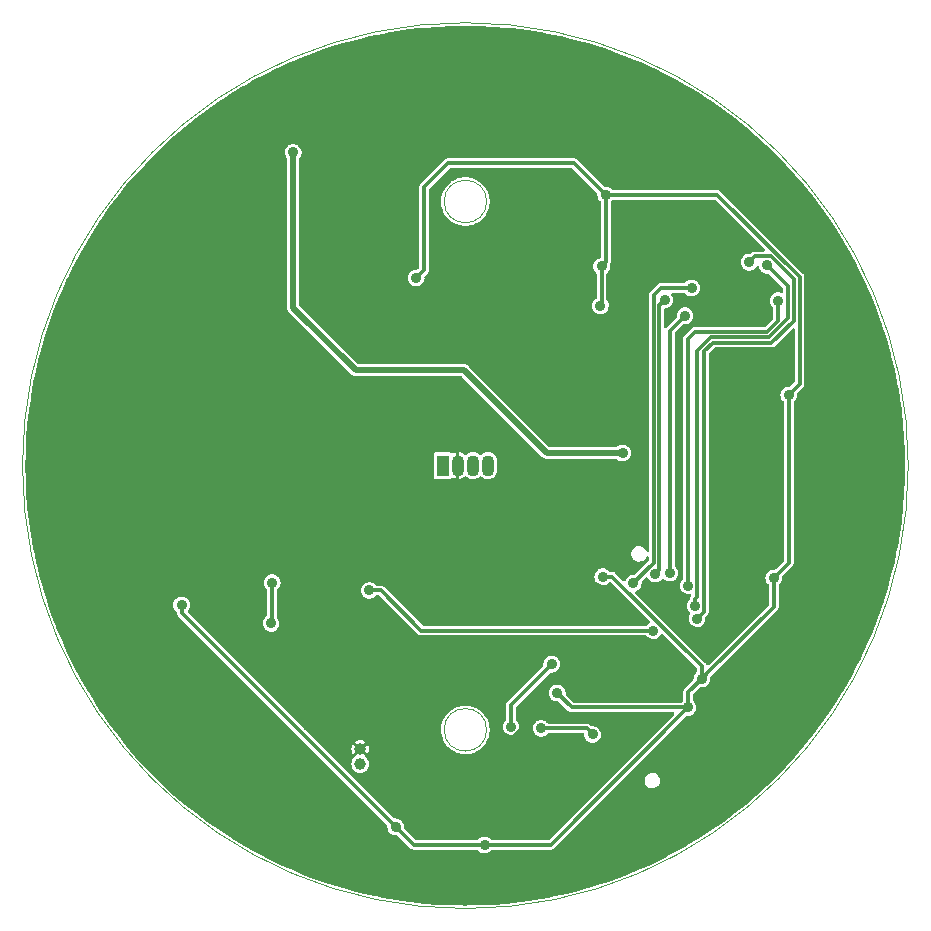
<source format=gbr>
G04 #@! TF.GenerationSoftware,KiCad,Pcbnew,6.0.7-f9a2dced07~116~ubuntu22.04.1*
G04 #@! TF.CreationDate,2022-08-25T07:51:25+02:00*
G04 #@! TF.ProjectId,PCB-Ange,5043422d-416e-4676-952e-6b696361645f,rev?*
G04 #@! TF.SameCoordinates,Original*
G04 #@! TF.FileFunction,Copper,L2,Bot*
G04 #@! TF.FilePolarity,Positive*
%FSLAX46Y46*%
G04 Gerber Fmt 4.6, Leading zero omitted, Abs format (unit mm)*
G04 Created by KiCad (PCBNEW 6.0.7-f9a2dced07~116~ubuntu22.04.1) date 2022-08-25 07:51:25*
%MOMM*%
%LPD*%
G01*
G04 APERTURE LIST*
G04 #@! TA.AperFunction,Profile*
%ADD10C,0.050000*%
G04 #@! TD*
G04 #@! TA.AperFunction,ComponentPad*
%ADD11R,1.070000X1.800000*%
G04 #@! TD*
G04 #@! TA.AperFunction,ComponentPad*
%ADD12O,1.070000X1.800000*%
G04 #@! TD*
G04 #@! TA.AperFunction,ComponentPad*
%ADD13C,1.000000*%
G04 #@! TD*
G04 #@! TA.AperFunction,ViaPad*
%ADD14C,0.900000*%
G04 #@! TD*
G04 #@! TA.AperFunction,Conductor*
%ADD15C,0.300000*%
G04 #@! TD*
G04 #@! TA.AperFunction,Conductor*
%ADD16C,0.500000*%
G04 #@! TD*
G04 APERTURE END LIST*
D10*
X101800000Y-122365000D02*
G75*
G03*
X101800000Y-122365000I-1800000J0D01*
G01*
X101800000Y-77635000D02*
G75*
G03*
X101800000Y-77635000I-1800000J0D01*
G01*
X137500000Y-100000000D02*
G75*
G03*
X137500000Y-100000000I-37500000J0D01*
G01*
D11*
X98095000Y-100000000D03*
D12*
X99365000Y-100000000D03*
X100635000Y-100000000D03*
X101905000Y-100000000D03*
D13*
X91110000Y-125273000D03*
X91110000Y-124003000D03*
D14*
X95834400Y-84099600D03*
X111887200Y-77089200D03*
X111531600Y-83134400D03*
X111430000Y-86487200D03*
X127381200Y-94005600D03*
X126111200Y-109499600D03*
X118846800Y-120472400D03*
X101625600Y-132105600D03*
X94107200Y-130581600D03*
X111633200Y-109398000D03*
X107772400Y-119253200D03*
X120015202Y-118034000D03*
X75971600Y-111785600D03*
X118440400Y-123977600D03*
X124892000Y-116256000D03*
X123368000Y-96596400D03*
X124333200Y-93700800D03*
X97917200Y-84556800D03*
X104368800Y-85572800D03*
X100508000Y-127584400D03*
X101950000Y-124800000D03*
X107670800Y-121031200D03*
X113309600Y-98933200D03*
X85420400Y-73482400D03*
X115900400Y-113970000D03*
X91872000Y-110566400D03*
X107315200Y-116814800D03*
X103860800Y-122098000D03*
X110769600Y-122758400D03*
X106400800Y-122250400D03*
X83642400Y-109906000D03*
X83540800Y-113360400D03*
X119608800Y-112954000D03*
X124028400Y-82778800D03*
X119456400Y-111887200D03*
X125552400Y-83032800D03*
X118846800Y-110160000D03*
X126466800Y-86030000D03*
X117322800Y-109093200D03*
X118592800Y-87300000D03*
X116066413Y-109178443D03*
X116865596Y-85979200D03*
X114224000Y-109956800D03*
X119151600Y-84963200D03*
D15*
X95834400Y-84099600D02*
X96494800Y-83439200D01*
X96494800Y-83439200D02*
X96494800Y-76430200D01*
X96494800Y-76430200D02*
X98550000Y-74375000D01*
X98550000Y-74375000D02*
X109173000Y-74375000D01*
X109173000Y-74375000D02*
X111887200Y-77089200D01*
X102272354Y-124800000D02*
X105080000Y-121992354D01*
X101950000Y-124800000D02*
X101950000Y-125506004D01*
X101950000Y-125506004D02*
X100508000Y-126948004D01*
X100508000Y-126948004D02*
X100508000Y-127584400D01*
X101950000Y-124800000D02*
X102272354Y-124800000D01*
X105080000Y-121992354D02*
X105080000Y-121183600D01*
X105080000Y-121183600D02*
X105232400Y-121031200D01*
X105232400Y-121031200D02*
X107670800Y-121031200D01*
X111887200Y-77089200D02*
X111887200Y-82778800D01*
X111887200Y-82778800D02*
X111531600Y-83134400D01*
X111531600Y-83134400D02*
X111531600Y-86385600D01*
X111531600Y-86385600D02*
X111430000Y-86487200D01*
X128295600Y-84048800D02*
X128295600Y-93091200D01*
X121336000Y-77089200D02*
X128295600Y-84048800D01*
X111887200Y-77089200D02*
X121336000Y-77089200D01*
X128295600Y-93091200D02*
X127381200Y-94005600D01*
X127381200Y-94005600D02*
X127381200Y-108229600D01*
X127381200Y-108229600D02*
X126111200Y-109499600D01*
X118846800Y-120472400D02*
X107213600Y-132105600D01*
X107213600Y-132105600D02*
X101625600Y-132105600D01*
X101625600Y-132105600D02*
X95631200Y-132105600D01*
X95631200Y-132105600D02*
X94107200Y-130581600D01*
X118846800Y-120472400D02*
X108991600Y-120472400D01*
X108991600Y-120472400D02*
X107772400Y-119253200D01*
X112421996Y-109398000D02*
X120015202Y-116991206D01*
X111633200Y-109398000D02*
X112421996Y-109398000D01*
X120465201Y-117584001D02*
X120015202Y-118034000D01*
X120015202Y-117397604D02*
X120015202Y-118034000D01*
X118846800Y-120472400D02*
X118846800Y-119202402D01*
X120015202Y-116991206D02*
X120015202Y-117397604D01*
X126111200Y-111938002D02*
X120465201Y-117584001D01*
X126111200Y-109499600D02*
X126111200Y-111938002D01*
X118846800Y-119202402D02*
X120015202Y-118034000D01*
X75971600Y-112446000D02*
X75971600Y-111785600D01*
X94107200Y-130581600D02*
X75971600Y-112446000D01*
X118440400Y-123977600D02*
X125044400Y-117373600D01*
X125044400Y-117373600D02*
X125044400Y-116408400D01*
X125044400Y-116408400D02*
X124892000Y-116256000D01*
X123368000Y-96596400D02*
X123368000Y-94666000D01*
X123368000Y-94666000D02*
X124333200Y-93700800D01*
X98553596Y-84556800D02*
X99569596Y-85572800D01*
X97917200Y-84556800D02*
X98553596Y-84556800D01*
X99569596Y-85572800D02*
X104368800Y-85572800D01*
D16*
X113309600Y-98933200D02*
X106908800Y-98933200D01*
X106908800Y-98933200D02*
X99898400Y-91922800D01*
X99898400Y-91922800D02*
X90703600Y-91922800D01*
X90703600Y-91922800D02*
X85420400Y-86639600D01*
X85420400Y-86639600D02*
X85420400Y-73482400D01*
D15*
X115900400Y-113970000D02*
X96240800Y-113970000D01*
X96240800Y-113970000D02*
X92837200Y-110566400D01*
X92837200Y-110566400D02*
X91872000Y-110566400D01*
X107315200Y-116814800D02*
X103860800Y-120269200D01*
X103860800Y-120269200D02*
X103860800Y-122098000D01*
X110769600Y-122758400D02*
X110261600Y-122250400D01*
X110261600Y-122250400D02*
X106400800Y-122250400D01*
X83642400Y-113258800D02*
X83540800Y-113360400D01*
X83642400Y-109906000D02*
X83642400Y-113258800D01*
X120208801Y-112353999D02*
X120208801Y-90337003D01*
X119608800Y-112954000D02*
X120208801Y-112353999D01*
X120208801Y-90337003D02*
X120959787Y-89586017D01*
X124526801Y-82280399D02*
X124478399Y-82328801D01*
X124478399Y-82328801D02*
X124028400Y-82778800D01*
X127782810Y-84175814D02*
X125887395Y-82280399D01*
X127782810Y-87720798D02*
X127782810Y-84175814D01*
X125917591Y-89586017D02*
X127782810Y-87720798D01*
X120959787Y-89586017D02*
X125917591Y-89586017D01*
X125887395Y-82280399D02*
X124526801Y-82280399D01*
X127330400Y-87533404D02*
X127330400Y-84810800D01*
X119456400Y-111250804D02*
X119608800Y-111098404D01*
X119608800Y-111098404D02*
X119608800Y-90297200D01*
X120772391Y-89133609D02*
X125730196Y-89133608D01*
X119608800Y-90297200D02*
X120772391Y-89133609D01*
X119456400Y-111887200D02*
X119456400Y-111250804D01*
X127330400Y-84810800D02*
X125552400Y-83032800D01*
X125730196Y-89133608D02*
X127330400Y-87533404D01*
X118846800Y-110160000D02*
X118846800Y-89281200D01*
X119446801Y-88681199D02*
X125542801Y-88681199D01*
X118846800Y-89281200D02*
X119446801Y-88681199D01*
X125542801Y-88681199D02*
X126466800Y-87757200D01*
X126466800Y-87757200D02*
X126466800Y-86030000D01*
X117322800Y-109093200D02*
X117322800Y-88570000D01*
X117322800Y-88570000D02*
X118592800Y-87300000D01*
X116415597Y-86429199D02*
X116865596Y-85979200D01*
X116413189Y-86431607D02*
X116415597Y-86429199D01*
X116066413Y-109178443D02*
X116413189Y-108831667D01*
X116413189Y-108831667D02*
X116413189Y-86431607D01*
X116564846Y-84963200D02*
X118515204Y-84963200D01*
X118515204Y-84963200D02*
X119151600Y-84963200D01*
X115960778Y-108220022D02*
X115960778Y-85567268D01*
X115960778Y-85567268D02*
X116564846Y-84963200D01*
X114224000Y-109956800D02*
X115960778Y-108220022D01*
G04 #@! TA.AperFunction,Conductor*
G36*
X100309916Y-62759368D02*
G01*
X101167920Y-62772847D01*
X101171876Y-62772971D01*
X102336668Y-62827901D01*
X102340619Y-62828149D01*
X103503152Y-62919643D01*
X103507092Y-62920016D01*
X103999930Y-62974425D01*
X104666153Y-63047977D01*
X104670023Y-63048466D01*
X105341128Y-63143978D01*
X105824517Y-63212775D01*
X105828426Y-63213394D01*
X106368309Y-63307618D01*
X106977197Y-63413886D01*
X106981034Y-63414618D01*
X107528401Y-63527973D01*
X108122901Y-63651088D01*
X108126764Y-63651951D01*
X108950350Y-63849676D01*
X109260682Y-63924181D01*
X109264496Y-63925160D01*
X110389262Y-64232862D01*
X110393029Y-64233956D01*
X111507601Y-64576843D01*
X111511345Y-64578060D01*
X111800335Y-64677002D01*
X112614598Y-64955787D01*
X112618322Y-64957128D01*
X113709131Y-65369310D01*
X113712811Y-65370767D01*
X114790139Y-65817011D01*
X114793772Y-65818583D01*
X114828420Y-65834227D01*
X115856599Y-66298467D01*
X115860148Y-66300139D01*
X115974345Y-66356083D01*
X116907323Y-66813145D01*
X116910851Y-66814942D01*
X117941413Y-67360597D01*
X117944817Y-67362467D01*
X118604382Y-67738676D01*
X118957785Y-67940254D01*
X118961192Y-67942269D01*
X119249006Y-68118641D01*
X119955472Y-68551564D01*
X119958774Y-68553659D01*
X120287957Y-68769892D01*
X120933421Y-69193883D01*
X120936695Y-69196108D01*
X121890749Y-69866629D01*
X121893951Y-69868956D01*
X122826440Y-70569088D01*
X122829568Y-70571514D01*
X123739643Y-71300622D01*
X123742692Y-71303145D01*
X124629360Y-72060431D01*
X124632330Y-72063048D01*
X125066877Y-72458455D01*
X125494869Y-72847898D01*
X125497713Y-72850570D01*
X126335156Y-73662107D01*
X126337893Y-73664844D01*
X127149430Y-74502287D01*
X127152102Y-74505131D01*
X127419959Y-74799502D01*
X127936952Y-75367670D01*
X127939569Y-75370640D01*
X128696855Y-76257308D01*
X128699378Y-76260357D01*
X129428486Y-77170432D01*
X129430912Y-77173560D01*
X130131044Y-78106049D01*
X130133371Y-78109251D01*
X130803892Y-79063305D01*
X130806117Y-79066579D01*
X130843882Y-79124071D01*
X131132455Y-79563380D01*
X131446328Y-80041206D01*
X131448449Y-80044548D01*
X132057731Y-81038808D01*
X132059746Y-81042215D01*
X132637533Y-82055183D01*
X132639403Y-82058587D01*
X133140764Y-83005493D01*
X133185058Y-83089150D01*
X133186855Y-83092677D01*
X133682168Y-84103734D01*
X133699854Y-84139836D01*
X133701533Y-84143401D01*
X133923232Y-84634411D01*
X134181417Y-85206228D01*
X134182989Y-85209861D01*
X134318314Y-85536565D01*
X134578834Y-86165514D01*
X134629233Y-86287189D01*
X134630686Y-86290859D01*
X134642109Y-86321088D01*
X135042872Y-87381678D01*
X135044213Y-87385402D01*
X135243585Y-87967719D01*
X135391469Y-88399653D01*
X135421937Y-88488644D01*
X135423157Y-88492399D01*
X135669827Y-89294211D01*
X135766039Y-89606954D01*
X135767138Y-89610738D01*
X136025936Y-90556744D01*
X136074837Y-90735494D01*
X136075822Y-90739328D01*
X136348049Y-91873236D01*
X136348912Y-91877099D01*
X136462854Y-92427300D01*
X136573286Y-92960555D01*
X136585377Y-93018941D01*
X136586114Y-93022803D01*
X136692382Y-93631691D01*
X136786606Y-94171574D01*
X136787225Y-94175483D01*
X136810702Y-94340439D01*
X136951534Y-95329977D01*
X136952026Y-95333872D01*
X137079984Y-96492908D01*
X137080357Y-96496848D01*
X137171851Y-97659381D01*
X137172099Y-97663332D01*
X137227029Y-98828124D01*
X137227153Y-98832080D01*
X137245469Y-99998021D01*
X137245469Y-100001979D01*
X137227153Y-101167920D01*
X137227029Y-101171876D01*
X137172099Y-102336668D01*
X137171851Y-102340619D01*
X137080357Y-103503152D01*
X137079984Y-103507092D01*
X136952026Y-104666128D01*
X136951534Y-104670023D01*
X136856022Y-105341128D01*
X136787225Y-105824517D01*
X136786606Y-105828426D01*
X136593673Y-106933890D01*
X136586119Y-106977171D01*
X136585382Y-106981034D01*
X136472027Y-107528401D01*
X136348912Y-108122901D01*
X136348049Y-108126764D01*
X136187709Y-108794629D01*
X136077520Y-109253601D01*
X136075822Y-109260672D01*
X136074840Y-109264496D01*
X135768898Y-110382831D01*
X135767143Y-110389245D01*
X135766044Y-110393029D01*
X135440707Y-111450553D01*
X135423160Y-111507591D01*
X135421940Y-111511345D01*
X135351103Y-111718245D01*
X135044213Y-112614598D01*
X135042872Y-112618322D01*
X134755306Y-113379344D01*
X134684964Y-113565500D01*
X134630690Y-113709131D01*
X134629237Y-113712801D01*
X134482860Y-114066186D01*
X134182989Y-114790139D01*
X134181417Y-114793772D01*
X133701540Y-115856583D01*
X133699861Y-115860148D01*
X133464816Y-116339935D01*
X133186855Y-116907323D01*
X133185058Y-116910850D01*
X132639403Y-117941413D01*
X132637533Y-117944817D01*
X132395675Y-118368839D01*
X132059746Y-118957785D01*
X132057731Y-118961192D01*
X131817006Y-119354021D01*
X131449106Y-119954380D01*
X131448449Y-119955452D01*
X131446341Y-119958773D01*
X130977968Y-120671803D01*
X130806117Y-120933421D01*
X130803892Y-120936695D01*
X130133371Y-121890749D01*
X130131044Y-121893951D01*
X129430912Y-122826440D01*
X129428486Y-122829568D01*
X128699378Y-123739643D01*
X128696855Y-123742692D01*
X127939569Y-124629360D01*
X127936952Y-124632330D01*
X127777694Y-124807353D01*
X127152102Y-125494869D01*
X127149430Y-125497713D01*
X126337893Y-126335156D01*
X126335156Y-126337893D01*
X125497713Y-127149430D01*
X125494869Y-127152102D01*
X125084560Y-127525455D01*
X124632330Y-127936952D01*
X124629360Y-127939569D01*
X123742692Y-128696855D01*
X123739643Y-128699378D01*
X122829568Y-129428486D01*
X122826440Y-129430912D01*
X121893951Y-130131044D01*
X121890749Y-130133371D01*
X120936695Y-130803892D01*
X120933421Y-130806117D01*
X119958774Y-131446341D01*
X119955472Y-131448436D01*
X119558366Y-131691783D01*
X118961192Y-132057731D01*
X118957785Y-132059746D01*
X118604382Y-132261324D01*
X117944817Y-132637533D01*
X117941413Y-132639403D01*
X117092538Y-133088859D01*
X116910850Y-133185058D01*
X116907322Y-133186855D01*
X115860148Y-133699861D01*
X115856599Y-133701533D01*
X115296787Y-133954297D01*
X114793772Y-134181417D01*
X114790139Y-134182989D01*
X113712811Y-134629233D01*
X113709131Y-134630690D01*
X112618322Y-135042872D01*
X112614598Y-135044213D01*
X111800335Y-135322998D01*
X111511345Y-135421940D01*
X111507601Y-135423157D01*
X110393029Y-135766044D01*
X110389262Y-135767138D01*
X109264496Y-136074840D01*
X109260682Y-136075819D01*
X108950350Y-136150324D01*
X108126764Y-136348049D01*
X108122901Y-136348912D01*
X107528401Y-136472027D01*
X106981034Y-136585382D01*
X106977197Y-136586114D01*
X106368309Y-136692382D01*
X105828426Y-136786606D01*
X105824517Y-136787225D01*
X105382870Y-136850081D01*
X104670023Y-136951534D01*
X104666153Y-136952023D01*
X103999930Y-137025575D01*
X103507092Y-137079984D01*
X103503152Y-137080357D01*
X102340619Y-137171851D01*
X102336668Y-137172099D01*
X101171876Y-137227029D01*
X101167920Y-137227153D01*
X100309916Y-137240632D01*
X100001973Y-137245469D01*
X99998027Y-137245469D01*
X99690084Y-137240632D01*
X98832080Y-137227153D01*
X98828124Y-137227029D01*
X97663332Y-137172099D01*
X97659381Y-137171851D01*
X96496848Y-137080357D01*
X96492908Y-137079984D01*
X96000070Y-137025575D01*
X95333847Y-136952023D01*
X95329977Y-136951534D01*
X94617130Y-136850081D01*
X94175483Y-136787225D01*
X94171574Y-136786606D01*
X93631691Y-136692382D01*
X93022803Y-136586114D01*
X93018966Y-136585382D01*
X92471599Y-136472027D01*
X91877099Y-136348912D01*
X91873236Y-136348049D01*
X91049650Y-136150324D01*
X90739318Y-136075819D01*
X90735504Y-136074840D01*
X89610738Y-135767138D01*
X89606971Y-135766044D01*
X88492399Y-135423157D01*
X88488655Y-135421940D01*
X88199665Y-135322998D01*
X87385402Y-135044213D01*
X87381678Y-135042872D01*
X86290869Y-134630690D01*
X86287189Y-134629233D01*
X85209861Y-134182989D01*
X85206228Y-134181417D01*
X84703213Y-133954297D01*
X84143401Y-133701533D01*
X84139852Y-133699861D01*
X83092678Y-133186855D01*
X83089150Y-133185058D01*
X82907462Y-133088859D01*
X82058587Y-132639403D01*
X82055183Y-132637533D01*
X81395618Y-132261324D01*
X81042215Y-132059746D01*
X81038808Y-132057731D01*
X80441634Y-131691783D01*
X80044528Y-131448436D01*
X80041226Y-131446341D01*
X79066579Y-130806117D01*
X79063305Y-130803892D01*
X78109251Y-130133371D01*
X78106049Y-130131044D01*
X77173560Y-129430912D01*
X77170432Y-129428486D01*
X76260357Y-128699378D01*
X76257308Y-128696855D01*
X75370640Y-127939569D01*
X75367670Y-127936952D01*
X74915440Y-127525455D01*
X74505131Y-127152102D01*
X74502287Y-127149430D01*
X73664844Y-126337893D01*
X73662107Y-126335156D01*
X72850570Y-125497713D01*
X72847898Y-125494869D01*
X72222306Y-124807353D01*
X72063048Y-124632330D01*
X72060431Y-124629360D01*
X71303145Y-123742692D01*
X71300622Y-123739643D01*
X70571514Y-122829568D01*
X70569088Y-122826440D01*
X69868956Y-121893951D01*
X69866629Y-121890749D01*
X69196108Y-120936695D01*
X69193883Y-120933421D01*
X69022032Y-120671803D01*
X68553659Y-119958773D01*
X68551551Y-119955452D01*
X68550895Y-119954380D01*
X68182994Y-119354021D01*
X67942269Y-118961192D01*
X67940254Y-118957785D01*
X67604325Y-118368839D01*
X67362467Y-117944817D01*
X67360597Y-117941413D01*
X66814942Y-116910850D01*
X66813145Y-116907323D01*
X66535184Y-116339935D01*
X66300139Y-115860148D01*
X66298460Y-115856583D01*
X65818583Y-114793772D01*
X65817011Y-114790139D01*
X65517140Y-114066186D01*
X65370763Y-113712801D01*
X65369310Y-113709131D01*
X65315037Y-113565500D01*
X65244694Y-113379344D01*
X64957128Y-112618322D01*
X64955787Y-112614598D01*
X64669413Y-111778168D01*
X75261965Y-111778168D01*
X75280676Y-111947655D01*
X75339276Y-112107785D01*
X75343512Y-112114088D01*
X75343513Y-112114091D01*
X75430140Y-112243007D01*
X75430143Y-112243010D01*
X75434380Y-112249316D01*
X75452673Y-112265961D01*
X75525900Y-112332593D01*
X75562822Y-112393233D01*
X75567100Y-112425786D01*
X75567100Y-112510066D01*
X75570165Y-112519498D01*
X75570165Y-112519500D01*
X75573995Y-112531287D01*
X75578611Y-112550513D01*
X75582102Y-112572555D01*
X75586603Y-112581388D01*
X75592233Y-112592438D01*
X75599799Y-112610704D01*
X75606695Y-112631929D01*
X75612525Y-112639953D01*
X75619816Y-112649989D01*
X75630145Y-112666844D01*
X75640274Y-112686723D01*
X75663062Y-112709511D01*
X75663065Y-112709515D01*
X84537014Y-121583463D01*
X93368769Y-130415218D01*
X93402795Y-130477530D01*
X93404596Y-130520759D01*
X93398556Y-130566636D01*
X93398556Y-130566641D01*
X93397565Y-130574168D01*
X93416276Y-130743655D01*
X93474876Y-130903785D01*
X93479112Y-130910088D01*
X93479113Y-130910091D01*
X93565740Y-131039007D01*
X93565743Y-131039010D01*
X93569980Y-131045316D01*
X93696099Y-131160075D01*
X93702772Y-131163698D01*
X93825085Y-131230108D01*
X93845952Y-131241438D01*
X94010886Y-131284708D01*
X94101344Y-131286129D01*
X94173784Y-131287267D01*
X94173787Y-131287267D01*
X94175318Y-131287291D01*
X94175319Y-131287291D01*
X94181381Y-131287386D01*
X94181365Y-131288397D01*
X94244513Y-131299946D01*
X94276938Y-131323388D01*
X95299874Y-132346323D01*
X95390477Y-132436926D01*
X95410364Y-132447059D01*
X95427222Y-132457391D01*
X95445271Y-132470504D01*
X95454706Y-132473569D01*
X95454707Y-132473570D01*
X95466496Y-132477401D01*
X95484760Y-132484966D01*
X95504645Y-132495098D01*
X95526169Y-132498507D01*
X95526693Y-132498590D01*
X95545918Y-132503206D01*
X95555333Y-132506265D01*
X95567134Y-132510099D01*
X95599362Y-132510099D01*
X95599366Y-132510100D01*
X100981452Y-132510100D01*
X101049573Y-132530102D01*
X101078177Y-132558126D01*
X101079180Y-132557260D01*
X101084141Y-132563007D01*
X101088380Y-132569316D01*
X101094000Y-132574430D01*
X101094002Y-132574432D01*
X101208883Y-132678965D01*
X101214499Y-132684075D01*
X101364352Y-132765438D01*
X101529286Y-132808708D01*
X101616196Y-132810073D01*
X101692182Y-132811267D01*
X101692185Y-132811267D01*
X101699781Y-132811386D01*
X101707186Y-132809690D01*
X101707187Y-132809690D01*
X101768072Y-132795745D01*
X101865993Y-132773319D01*
X101942161Y-132735011D01*
X102011545Y-132700115D01*
X102011548Y-132700113D01*
X102018328Y-132696703D01*
X102147989Y-132585961D01*
X102164794Y-132562574D01*
X102220787Y-132518926D01*
X102267116Y-132510100D01*
X107277666Y-132510100D01*
X107287098Y-132507035D01*
X107287100Y-132507035D01*
X107298887Y-132503205D01*
X107318113Y-132498589D01*
X107330362Y-132496649D01*
X107340155Y-132495098D01*
X107360039Y-132484966D01*
X107378305Y-132477401D01*
X107390096Y-132473570D01*
X107399529Y-132470505D01*
X107417589Y-132457384D01*
X107434446Y-132447054D01*
X107454323Y-132436926D01*
X107477111Y-132414138D01*
X107477115Y-132414135D01*
X113262673Y-126628577D01*
X115167600Y-126628577D01*
X115177983Y-126793616D01*
X115229084Y-126950887D01*
X115317691Y-127090510D01*
X115323470Y-127095937D01*
X115323471Y-127095938D01*
X115382002Y-127150902D01*
X115438237Y-127203710D01*
X115583147Y-127283375D01*
X115743317Y-127324500D01*
X115867178Y-127324500D01*
X115925835Y-127317090D01*
X115982196Y-127309970D01*
X115982199Y-127309969D01*
X115990061Y-127308976D01*
X116143814Y-127248101D01*
X116277597Y-127150902D01*
X116383005Y-127023486D01*
X116453414Y-126873859D01*
X116484400Y-126711423D01*
X116474017Y-126546384D01*
X116422916Y-126389113D01*
X116388655Y-126335125D01*
X116338558Y-126256186D01*
X116334309Y-126249490D01*
X116213763Y-126136290D01*
X116068853Y-126056625D01*
X115908683Y-126015500D01*
X115784822Y-126015500D01*
X115726165Y-126022910D01*
X115669804Y-126030030D01*
X115669801Y-126030031D01*
X115661939Y-126031024D01*
X115508186Y-126091899D01*
X115374403Y-126189098D01*
X115268995Y-126316514D01*
X115198586Y-126466141D01*
X115167600Y-126628577D01*
X113262673Y-126628577D01*
X118678552Y-121212698D01*
X118740864Y-121178672D01*
X118769626Y-121175809D01*
X118913382Y-121178067D01*
X118913385Y-121178067D01*
X118920981Y-121178186D01*
X118928386Y-121176490D01*
X118928387Y-121176490D01*
X118989272Y-121162545D01*
X119087193Y-121140119D01*
X119195967Y-121085412D01*
X119232745Y-121066915D01*
X119232748Y-121066913D01*
X119239528Y-121063503D01*
X119369189Y-120952761D01*
X119468692Y-120814288D01*
X119532292Y-120656077D01*
X119556318Y-120487262D01*
X119556474Y-120472400D01*
X119535989Y-120303119D01*
X119475716Y-120143611D01*
X119448832Y-120104495D01*
X119383436Y-120009343D01*
X119383435Y-120009342D01*
X119379134Y-120003084D01*
X119370048Y-119994988D01*
X119324470Y-119954380D01*
X119293481Y-119926770D01*
X119255925Y-119866520D01*
X119251300Y-119832694D01*
X119251300Y-119422142D01*
X119271302Y-119354021D01*
X119288205Y-119333047D01*
X119846954Y-118774298D01*
X119909266Y-118740272D01*
X119938028Y-118737409D01*
X120081784Y-118739667D01*
X120081787Y-118739667D01*
X120089383Y-118739786D01*
X120096788Y-118738090D01*
X120096789Y-118738090D01*
X120157674Y-118724145D01*
X120255595Y-118701719D01*
X120333059Y-118662759D01*
X120401147Y-118628515D01*
X120401150Y-118628513D01*
X120407930Y-118625103D01*
X120495862Y-118550001D01*
X120531819Y-118519291D01*
X120531820Y-118519290D01*
X120537591Y-118514361D01*
X120637094Y-118375888D01*
X120700694Y-118217677D01*
X120724720Y-118048862D01*
X120724876Y-118034000D01*
X120717386Y-117972105D01*
X120729059Y-117902076D01*
X120753378Y-117867874D01*
X126419734Y-112201517D01*
X126442526Y-112178725D01*
X126452659Y-112158838D01*
X126462991Y-112141979D01*
X126470273Y-112131957D01*
X126470274Y-112131955D01*
X126476104Y-112123931D01*
X126479301Y-112114091D01*
X126483001Y-112102706D01*
X126490567Y-112084439D01*
X126496196Y-112073392D01*
X126500698Y-112064557D01*
X126504190Y-112042509D01*
X126508806Y-112023284D01*
X126512633Y-112011504D01*
X126515699Y-112002068D01*
X126515699Y-111969842D01*
X126515700Y-111969836D01*
X126515700Y-110138736D01*
X126535702Y-110070615D01*
X126559869Y-110042926D01*
X126627813Y-109984896D01*
X126627821Y-109984888D01*
X126633589Y-109979961D01*
X126733092Y-109841488D01*
X126796692Y-109683277D01*
X126820718Y-109514462D01*
X126820874Y-109499600D01*
X126813384Y-109437705D01*
X126825057Y-109367676D01*
X126849376Y-109333474D01*
X127689735Y-108493115D01*
X127689738Y-108493111D01*
X127712526Y-108470323D01*
X127722657Y-108450440D01*
X127732987Y-108433583D01*
X127740276Y-108423550D01*
X127746104Y-108415529D01*
X127749169Y-108406097D01*
X127753001Y-108394305D01*
X127760565Y-108376043D01*
X127766195Y-108364994D01*
X127766196Y-108364990D01*
X127770698Y-108356155D01*
X127774188Y-108334117D01*
X127778805Y-108314886D01*
X127782635Y-108303099D01*
X127785700Y-108293666D01*
X127785700Y-94644736D01*
X127805702Y-94576615D01*
X127829869Y-94548926D01*
X127897813Y-94490896D01*
X127897821Y-94490888D01*
X127903589Y-94485961D01*
X128003092Y-94347488D01*
X128066692Y-94189277D01*
X128090718Y-94020462D01*
X128090874Y-94005600D01*
X128083384Y-93943705D01*
X128095057Y-93873676D01*
X128119376Y-93839474D01*
X128604135Y-93354715D01*
X128604138Y-93354711D01*
X128626926Y-93331923D01*
X128637055Y-93312044D01*
X128647384Y-93295189D01*
X128654675Y-93285153D01*
X128660505Y-93277129D01*
X128667401Y-93255904D01*
X128674967Y-93237638D01*
X128680597Y-93226588D01*
X128685098Y-93217755D01*
X128688589Y-93195713D01*
X128693205Y-93176487D01*
X128697035Y-93164700D01*
X128697035Y-93164698D01*
X128700100Y-93155266D01*
X128700100Y-83984734D01*
X128693205Y-83963513D01*
X128688589Y-83944287D01*
X128686649Y-83932038D01*
X128685098Y-83922245D01*
X128674966Y-83902361D01*
X128667401Y-83884095D01*
X128663569Y-83872302D01*
X128660505Y-83862871D01*
X128647384Y-83844813D01*
X128637055Y-83827957D01*
X128631426Y-83816909D01*
X128626926Y-83808077D01*
X128536323Y-83717474D01*
X121599515Y-76780665D01*
X121599511Y-76780662D01*
X121576723Y-76757874D01*
X121556844Y-76747745D01*
X121539989Y-76737416D01*
X121529953Y-76730125D01*
X121521929Y-76724295D01*
X121500704Y-76717399D01*
X121482438Y-76709833D01*
X121462555Y-76699702D01*
X121440513Y-76696211D01*
X121421287Y-76691595D01*
X121409500Y-76687765D01*
X121409498Y-76687765D01*
X121400066Y-76684700D01*
X112530373Y-76684700D01*
X112462252Y-76664698D01*
X112426535Y-76630070D01*
X112423837Y-76626144D01*
X112423834Y-76626141D01*
X112419534Y-76619884D01*
X112413863Y-76614831D01*
X112297893Y-76511505D01*
X112297890Y-76511503D01*
X112292221Y-76506452D01*
X112285507Y-76502897D01*
X112148237Y-76430216D01*
X112148235Y-76430215D01*
X112141524Y-76426662D01*
X112134159Y-76424812D01*
X111983517Y-76386973D01*
X111983513Y-76386973D01*
X111976146Y-76385122D01*
X111968547Y-76385082D01*
X111968545Y-76385082D01*
X111845685Y-76384439D01*
X111805811Y-76384230D01*
X111737796Y-76363872D01*
X111717376Y-76347327D01*
X109436523Y-74066473D01*
X109436515Y-74066465D01*
X109436511Y-74066462D01*
X109413723Y-74043674D01*
X109393844Y-74033545D01*
X109376989Y-74023216D01*
X109366953Y-74015925D01*
X109358929Y-74010095D01*
X109337704Y-74003199D01*
X109319438Y-73995633D01*
X109299555Y-73985502D01*
X109277513Y-73982011D01*
X109258287Y-73977395D01*
X109246500Y-73973565D01*
X109246498Y-73973565D01*
X109237066Y-73970500D01*
X98485934Y-73970500D01*
X98476502Y-73973565D01*
X98476500Y-73973565D01*
X98464713Y-73977395D01*
X98445487Y-73982011D01*
X98423445Y-73985502D01*
X98403562Y-73995633D01*
X98385296Y-74003199D01*
X98364071Y-74010095D01*
X98346013Y-74023216D01*
X98329160Y-74033543D01*
X98309277Y-74043674D01*
X98286486Y-74066465D01*
X96186265Y-76166685D01*
X96186262Y-76166689D01*
X96163474Y-76189477D01*
X96158971Y-76198315D01*
X96153346Y-76209354D01*
X96143016Y-76226211D01*
X96129895Y-76244271D01*
X96126830Y-76253704D01*
X96122999Y-76265495D01*
X96115434Y-76283761D01*
X96105302Y-76303645D01*
X96103751Y-76313438D01*
X96101811Y-76325687D01*
X96097195Y-76344913D01*
X96090300Y-76366134D01*
X96090300Y-83219461D01*
X96070298Y-83287582D01*
X96053395Y-83308556D01*
X96003383Y-83358568D01*
X95941071Y-83392594D01*
X95913628Y-83395471D01*
X95865275Y-83395218D01*
X95752832Y-83394629D01*
X95745452Y-83396401D01*
X95745450Y-83396401D01*
X95594406Y-83432663D01*
X95594402Y-83432664D01*
X95587027Y-83434435D01*
X95563615Y-83446519D01*
X95453670Y-83503266D01*
X95435504Y-83512642D01*
X95429782Y-83517634D01*
X95429780Y-83517635D01*
X95318442Y-83614761D01*
X95307009Y-83624735D01*
X95208962Y-83764243D01*
X95177546Y-83844820D01*
X95155112Y-83902362D01*
X95147022Y-83923111D01*
X95124765Y-84092168D01*
X95143476Y-84261655D01*
X95202076Y-84421785D01*
X95206312Y-84428088D01*
X95206313Y-84428091D01*
X95292940Y-84557007D01*
X95292943Y-84557010D01*
X95297180Y-84563316D01*
X95302800Y-84568430D01*
X95302802Y-84568432D01*
X95397580Y-84654673D01*
X95423299Y-84678075D01*
X95573152Y-84759438D01*
X95738086Y-84802708D01*
X95824996Y-84804073D01*
X95900982Y-84805267D01*
X95900985Y-84805267D01*
X95908581Y-84805386D01*
X95915986Y-84803690D01*
X95915987Y-84803690D01*
X95989663Y-84786816D01*
X96074793Y-84767319D01*
X96150961Y-84729011D01*
X96220345Y-84694115D01*
X96220348Y-84694113D01*
X96227128Y-84690703D01*
X96356789Y-84579961D01*
X96456292Y-84441488D01*
X96519892Y-84283277D01*
X96543918Y-84114462D01*
X96544074Y-84099600D01*
X96536584Y-84037705D01*
X96548257Y-83967676D01*
X96572576Y-83933474D01*
X96819113Y-83686937D01*
X96819116Y-83686933D01*
X96826126Y-83679923D01*
X96836257Y-83660040D01*
X96846584Y-83643187D01*
X96859705Y-83625129D01*
X96866601Y-83603904D01*
X96874167Y-83585638D01*
X96879797Y-83574588D01*
X96884298Y-83565755D01*
X96887789Y-83543713D01*
X96892405Y-83524487D01*
X96896235Y-83512700D01*
X96896235Y-83512698D01*
X96899300Y-83503266D01*
X96899300Y-77613435D01*
X97940812Y-77613435D01*
X97942055Y-77635000D01*
X97956937Y-77893099D01*
X97957762Y-77897306D01*
X97957763Y-77897311D01*
X97970322Y-77961324D01*
X98010868Y-78167986D01*
X98012255Y-78172037D01*
X98068612Y-78336642D01*
X98101606Y-78433011D01*
X98227473Y-78683269D01*
X98386139Y-78914130D01*
X98389020Y-78917296D01*
X98521878Y-79063305D01*
X98574669Y-79121322D01*
X98789573Y-79301010D01*
X98793199Y-79303285D01*
X98793201Y-79303286D01*
X98848661Y-79338076D01*
X99026876Y-79449869D01*
X99030778Y-79451631D01*
X99030782Y-79451633D01*
X99278273Y-79563380D01*
X99278277Y-79563382D01*
X99282185Y-79565146D01*
X99286305Y-79566366D01*
X99286304Y-79566366D01*
X99546664Y-79643488D01*
X99546668Y-79643489D01*
X99550777Y-79644706D01*
X99555014Y-79645354D01*
X99555017Y-79645355D01*
X99639874Y-79658340D01*
X99827682Y-79687079D01*
X99970296Y-79689319D01*
X100103484Y-79691412D01*
X100103490Y-79691412D01*
X100107775Y-79691479D01*
X100385875Y-79657825D01*
X100656833Y-79586740D01*
X100915638Y-79479540D01*
X100963396Y-79451633D01*
X101153801Y-79340369D01*
X101153802Y-79340369D01*
X101157499Y-79338208D01*
X101377941Y-79165359D01*
X101572886Y-78964192D01*
X101575419Y-78960744D01*
X101575423Y-78960739D01*
X101736187Y-78741884D01*
X101738725Y-78738429D01*
X101766755Y-78686804D01*
X101870341Y-78496023D01*
X101870342Y-78496021D01*
X101872391Y-78492247D01*
X101971409Y-78230203D01*
X102033948Y-77957146D01*
X102048241Y-77796995D01*
X102058629Y-77680595D01*
X102058629Y-77680589D01*
X102058849Y-77678127D01*
X102059301Y-77635000D01*
X102049668Y-77493700D01*
X102040540Y-77359798D01*
X102040539Y-77359792D01*
X102040248Y-77355521D01*
X101983442Y-77081213D01*
X101889933Y-76817153D01*
X101785507Y-76614831D01*
X101763417Y-76572033D01*
X101763417Y-76572032D01*
X101761452Y-76568226D01*
X101748530Y-76549839D01*
X101602844Y-76342550D01*
X101602843Y-76342549D01*
X101600377Y-76339040D01*
X101409689Y-76133834D01*
X101395550Y-76122261D01*
X101196232Y-75959123D01*
X101192914Y-75956407D01*
X100954066Y-75810040D01*
X100697563Y-75697443D01*
X100678210Y-75691930D01*
X100647881Y-75683291D01*
X100428153Y-75620700D01*
X100423911Y-75620096D01*
X100423905Y-75620095D01*
X100218548Y-75590868D01*
X100150819Y-75581229D01*
X100003708Y-75580459D01*
X99874981Y-75579785D01*
X99874975Y-75579785D01*
X99870695Y-75579763D01*
X99866451Y-75580322D01*
X99866447Y-75580322D01*
X99744326Y-75596400D01*
X99592964Y-75616327D01*
X99588824Y-75617460D01*
X99588822Y-75617460D01*
X99326910Y-75689111D01*
X99322765Y-75690245D01*
X99065097Y-75800149D01*
X98919747Y-75887140D01*
X98828411Y-75941803D01*
X98828407Y-75941806D01*
X98824729Y-75944007D01*
X98821386Y-75946685D01*
X98821382Y-75946688D01*
X98812046Y-75954168D01*
X98606109Y-76119155D01*
X98603165Y-76122257D01*
X98603161Y-76122261D01*
X98431033Y-76303645D01*
X98413281Y-76322352D01*
X98249815Y-76549839D01*
X98247811Y-76553624D01*
X98139667Y-76757874D01*
X98118735Y-76797407D01*
X98022466Y-77060473D01*
X97962790Y-77334171D01*
X97962454Y-77338441D01*
X97949541Y-77502526D01*
X97940812Y-77613435D01*
X96899300Y-77613435D01*
X96899300Y-76649940D01*
X96919302Y-76581819D01*
X96936205Y-76560845D01*
X98680644Y-74816405D01*
X98742956Y-74782380D01*
X98769739Y-74779500D01*
X108953260Y-74779500D01*
X109021381Y-74799502D01*
X109042355Y-74816405D01*
X111148769Y-76922818D01*
X111182794Y-76985130D01*
X111184596Y-77028359D01*
X111178556Y-77074236D01*
X111178556Y-77074241D01*
X111177565Y-77081768D01*
X111196276Y-77251255D01*
X111254876Y-77411385D01*
X111259112Y-77417688D01*
X111259113Y-77417691D01*
X111345740Y-77546607D01*
X111345743Y-77546610D01*
X111349980Y-77552916D01*
X111361490Y-77563389D01*
X111441500Y-77636193D01*
X111478422Y-77696833D01*
X111482700Y-77729386D01*
X111482700Y-82322255D01*
X111462698Y-82390376D01*
X111409042Y-82436869D01*
X111386114Y-82444774D01*
X111291607Y-82467463D01*
X111291605Y-82467464D01*
X111284227Y-82469235D01*
X111132704Y-82547442D01*
X111004209Y-82659535D01*
X110906162Y-82799043D01*
X110877127Y-82873514D01*
X110848093Y-82947983D01*
X110844222Y-82957911D01*
X110843230Y-82965444D01*
X110843230Y-82965445D01*
X110824556Y-83107291D01*
X110821965Y-83126968D01*
X110840676Y-83296455D01*
X110899276Y-83456585D01*
X110903512Y-83462888D01*
X110903513Y-83462891D01*
X110990140Y-83591807D01*
X110990143Y-83591810D01*
X110994380Y-83598116D01*
X111023634Y-83624735D01*
X111085900Y-83681393D01*
X111122822Y-83742033D01*
X111127100Y-83774586D01*
X111127100Y-85773935D01*
X111107098Y-85842056D01*
X111058888Y-85885901D01*
X111037858Y-85896755D01*
X111037852Y-85896759D01*
X111031104Y-85900242D01*
X111025382Y-85905234D01*
X111025380Y-85905235D01*
X110928283Y-85989938D01*
X110902609Y-86012335D01*
X110804562Y-86151843D01*
X110742622Y-86310711D01*
X110741630Y-86318244D01*
X110741630Y-86318245D01*
X110721976Y-86467534D01*
X110720365Y-86479768D01*
X110739076Y-86649255D01*
X110797676Y-86809385D01*
X110801912Y-86815688D01*
X110801913Y-86815691D01*
X110888540Y-86944607D01*
X110888543Y-86944610D01*
X110892780Y-86950916D01*
X110898400Y-86956030D01*
X110898402Y-86956032D01*
X110984417Y-87034299D01*
X111018899Y-87065675D01*
X111025572Y-87069298D01*
X111112381Y-87116431D01*
X111168752Y-87147038D01*
X111333686Y-87190308D01*
X111420596Y-87191673D01*
X111496582Y-87192867D01*
X111496585Y-87192867D01*
X111504181Y-87192986D01*
X111511586Y-87191290D01*
X111511587Y-87191290D01*
X111572472Y-87177345D01*
X111670393Y-87154919D01*
X111746918Y-87116431D01*
X111815945Y-87081715D01*
X111815948Y-87081713D01*
X111822728Y-87078303D01*
X111934643Y-86982718D01*
X111946617Y-86972491D01*
X111946618Y-86972490D01*
X111952389Y-86967561D01*
X112051892Y-86829088D01*
X112115492Y-86670877D01*
X112139518Y-86502062D01*
X112139674Y-86487200D01*
X112119189Y-86317919D01*
X112058916Y-86158411D01*
X111962334Y-86017884D01*
X111963715Y-86016935D01*
X111937541Y-85960896D01*
X111936100Y-85941896D01*
X111936100Y-83773536D01*
X111956102Y-83705415D01*
X111980269Y-83677726D01*
X112048213Y-83619696D01*
X112048221Y-83619688D01*
X112053989Y-83614761D01*
X112153492Y-83476288D01*
X112217092Y-83318077D01*
X112241118Y-83149262D01*
X112241274Y-83134400D01*
X112231040Y-83049829D01*
X112243862Y-82977488D01*
X112246276Y-82972750D01*
X112252104Y-82964729D01*
X112255167Y-82955302D01*
X112255169Y-82955298D01*
X112259001Y-82943504D01*
X112266567Y-82925237D01*
X112272196Y-82914190D01*
X112276698Y-82905355D01*
X112280190Y-82883307D01*
X112284806Y-82864082D01*
X112288633Y-82852302D01*
X112291699Y-82842866D01*
X112291699Y-82810640D01*
X112291700Y-82810634D01*
X112291700Y-77728336D01*
X112311702Y-77660215D01*
X112335869Y-77632526D01*
X112403806Y-77574501D01*
X112403809Y-77574497D01*
X112409589Y-77569561D01*
X112426394Y-77546174D01*
X112482387Y-77502526D01*
X112528716Y-77493700D01*
X121116260Y-77493700D01*
X121184381Y-77513702D01*
X121205355Y-77530605D01*
X123333091Y-79658340D01*
X125335555Y-81660804D01*
X125369581Y-81723116D01*
X125364516Y-81793931D01*
X125321969Y-81850767D01*
X125255449Y-81875578D01*
X125246460Y-81875899D01*
X124462735Y-81875899D01*
X124453303Y-81878964D01*
X124453301Y-81878964D01*
X124441514Y-81882794D01*
X124422288Y-81887410D01*
X124400246Y-81890901D01*
X124380363Y-81901032D01*
X124362097Y-81908598D01*
X124340872Y-81915494D01*
X124322814Y-81928615D01*
X124305961Y-81938942D01*
X124286078Y-81949073D01*
X124263287Y-81971864D01*
X124197382Y-82037768D01*
X124135070Y-82071794D01*
X124107627Y-82074671D01*
X124060938Y-82074427D01*
X123946832Y-82073829D01*
X123939452Y-82075601D01*
X123939450Y-82075601D01*
X123788406Y-82111863D01*
X123788402Y-82111864D01*
X123781027Y-82113635D01*
X123629504Y-82191842D01*
X123501009Y-82303935D01*
X123402962Y-82443443D01*
X123391549Y-82472716D01*
X123362415Y-82547442D01*
X123341022Y-82602311D01*
X123340030Y-82609844D01*
X123340030Y-82609845D01*
X123328498Y-82697443D01*
X123318765Y-82771368D01*
X123337476Y-82940855D01*
X123396076Y-83100985D01*
X123400312Y-83107288D01*
X123400313Y-83107291D01*
X123486940Y-83236207D01*
X123486943Y-83236210D01*
X123491180Y-83242516D01*
X123496800Y-83247630D01*
X123496802Y-83247632D01*
X123523199Y-83271651D01*
X123617299Y-83357275D01*
X123767152Y-83438638D01*
X123932086Y-83481908D01*
X124018996Y-83483273D01*
X124094982Y-83484467D01*
X124094985Y-83484467D01*
X124102581Y-83484586D01*
X124109986Y-83482890D01*
X124109987Y-83482890D01*
X124197308Y-83462891D01*
X124268793Y-83446519D01*
X124352993Y-83404171D01*
X124414345Y-83373315D01*
X124414348Y-83373313D01*
X124421128Y-83369903D01*
X124550789Y-83259161D01*
X124555218Y-83252998D01*
X124555223Y-83252992D01*
X124635387Y-83141432D01*
X124691381Y-83097784D01*
X124762085Y-83091338D01*
X124825049Y-83124141D01*
X124860380Y-83186187D01*
X124860643Y-83187307D01*
X124861476Y-83194855D01*
X124864085Y-83201983D01*
X124864085Y-83201985D01*
X124876609Y-83236207D01*
X124920076Y-83354985D01*
X124924312Y-83361288D01*
X124924313Y-83361291D01*
X125010940Y-83490207D01*
X125010943Y-83490210D01*
X125015180Y-83496516D01*
X125020800Y-83501630D01*
X125020802Y-83501632D01*
X125126837Y-83598116D01*
X125141299Y-83611275D01*
X125291152Y-83692638D01*
X125456086Y-83735908D01*
X125546544Y-83737329D01*
X125618984Y-83738467D01*
X125618987Y-83738467D01*
X125620518Y-83738491D01*
X125620519Y-83738491D01*
X125626581Y-83738586D01*
X125626565Y-83739597D01*
X125689713Y-83751146D01*
X125722138Y-83774588D01*
X126888995Y-84941444D01*
X126923020Y-85003756D01*
X126925900Y-85030539D01*
X126925900Y-85266601D01*
X126905898Y-85334722D01*
X126852242Y-85381215D01*
X126781968Y-85391319D01*
X126740941Y-85377955D01*
X126721124Y-85367462D01*
X126713759Y-85365612D01*
X126563117Y-85327773D01*
X126563113Y-85327773D01*
X126555746Y-85325922D01*
X126548147Y-85325882D01*
X126548145Y-85325882D01*
X126477229Y-85325511D01*
X126385232Y-85325029D01*
X126377852Y-85326801D01*
X126377850Y-85326801D01*
X126226806Y-85363063D01*
X126226802Y-85363064D01*
X126219427Y-85364835D01*
X126067904Y-85443042D01*
X126062182Y-85448034D01*
X126062180Y-85448035D01*
X125950685Y-85545298D01*
X125939409Y-85555135D01*
X125841362Y-85694643D01*
X125779422Y-85853511D01*
X125778430Y-85861044D01*
X125778430Y-85861045D01*
X125759170Y-86007339D01*
X125757165Y-86022568D01*
X125775876Y-86192055D01*
X125834476Y-86352185D01*
X125838712Y-86358488D01*
X125838713Y-86358491D01*
X125925340Y-86487407D01*
X125925343Y-86487410D01*
X125929580Y-86493716D01*
X125977111Y-86536966D01*
X126021100Y-86576993D01*
X126058022Y-86637633D01*
X126062300Y-86670186D01*
X126062300Y-87537460D01*
X126042298Y-87605581D01*
X126025395Y-87626555D01*
X125412156Y-88239794D01*
X125349844Y-88273820D01*
X125323061Y-88276699D01*
X119382735Y-88276699D01*
X119373303Y-88279764D01*
X119373301Y-88279764D01*
X119361514Y-88283594D01*
X119342288Y-88288210D01*
X119320246Y-88291701D01*
X119311410Y-88296203D01*
X119311408Y-88296204D01*
X119300369Y-88301829D01*
X119282101Y-88309396D01*
X119270307Y-88313228D01*
X119270302Y-88313230D01*
X119260873Y-88316294D01*
X119252853Y-88322121D01*
X119252851Y-88322122D01*
X119242818Y-88329412D01*
X119225959Y-88339743D01*
X119206078Y-88349873D01*
X119183287Y-88372664D01*
X118538265Y-89017685D01*
X118538262Y-89017689D01*
X118515474Y-89040477D01*
X118510971Y-89049315D01*
X118505346Y-89060354D01*
X118495016Y-89077211D01*
X118481895Y-89095271D01*
X118478830Y-89104704D01*
X118474999Y-89116495D01*
X118467434Y-89134761D01*
X118457302Y-89154645D01*
X118455751Y-89164438D01*
X118453811Y-89176687D01*
X118449195Y-89195913D01*
X118442300Y-89217134D01*
X118442300Y-109520642D01*
X118422298Y-109588763D01*
X118399129Y-109615591D01*
X118330685Y-109675298D01*
X118319409Y-109685135D01*
X118221362Y-109824643D01*
X118185456Y-109916738D01*
X118164042Y-109971662D01*
X118159422Y-109983511D01*
X118158430Y-109991044D01*
X118158430Y-109991045D01*
X118138570Y-110141898D01*
X118137165Y-110152568D01*
X118155876Y-110322055D01*
X118214476Y-110482185D01*
X118218712Y-110488488D01*
X118218713Y-110488491D01*
X118305340Y-110617407D01*
X118305343Y-110617410D01*
X118309580Y-110623716D01*
X118315200Y-110628830D01*
X118315202Y-110628832D01*
X118388597Y-110695616D01*
X118435699Y-110738475D01*
X118585552Y-110819838D01*
X118750486Y-110863108D01*
X118837396Y-110864473D01*
X118913382Y-110865667D01*
X118913385Y-110865667D01*
X118920981Y-110865786D01*
X118971429Y-110854232D01*
X119042294Y-110858521D01*
X119099592Y-110900443D01*
X119125130Y-110966688D01*
X119110799Y-111036223D01*
X119101495Y-111051111D01*
X119091495Y-111064875D01*
X119085801Y-111082401D01*
X119084599Y-111086099D01*
X119077034Y-111104365D01*
X119066902Y-111124249D01*
X119065351Y-111134042D01*
X119063411Y-111146291D01*
X119058795Y-111165517D01*
X119051900Y-111186738D01*
X119051900Y-111247842D01*
X119031898Y-111315963D01*
X119008729Y-111342791D01*
X118929009Y-111412335D01*
X118830962Y-111551843D01*
X118769022Y-111710711D01*
X118768030Y-111718244D01*
X118768030Y-111718245D01*
X118756669Y-111804544D01*
X118746765Y-111879768D01*
X118765476Y-112049255D01*
X118824076Y-112209385D01*
X118828312Y-112215688D01*
X118828313Y-112215691D01*
X118914940Y-112344607D01*
X118914943Y-112344610D01*
X118919180Y-112350916D01*
X118924800Y-112356030D01*
X118924802Y-112356032D01*
X118990933Y-112416206D01*
X119027856Y-112476847D01*
X119026133Y-112547822D01*
X119009221Y-112581849D01*
X118983362Y-112618643D01*
X118960265Y-112677885D01*
X118928600Y-112759101D01*
X118921422Y-112777511D01*
X118920430Y-112785044D01*
X118920430Y-112785045D01*
X118906382Y-112891753D01*
X118899165Y-112946568D01*
X118917876Y-113116055D01*
X118976476Y-113276185D01*
X118980712Y-113282488D01*
X118980713Y-113282491D01*
X119067340Y-113411407D01*
X119067343Y-113411410D01*
X119071580Y-113417716D01*
X119077200Y-113422830D01*
X119077202Y-113422832D01*
X119163495Y-113501352D01*
X119197699Y-113532475D01*
X119347552Y-113613838D01*
X119512486Y-113657108D01*
X119599396Y-113658473D01*
X119675382Y-113659667D01*
X119675385Y-113659667D01*
X119682981Y-113659786D01*
X119690386Y-113658090D01*
X119690387Y-113658090D01*
X119751272Y-113644145D01*
X119849193Y-113621719D01*
X119960973Y-113565500D01*
X119994745Y-113548515D01*
X119994748Y-113548513D01*
X120001528Y-113545103D01*
X120131189Y-113434361D01*
X120230692Y-113295888D01*
X120294292Y-113137677D01*
X120318318Y-112968862D01*
X120318474Y-112954000D01*
X120310984Y-112892105D01*
X120322657Y-112822076D01*
X120346976Y-112787874D01*
X120533114Y-112601736D01*
X120533117Y-112601732D01*
X120540127Y-112594722D01*
X120550257Y-112574841D01*
X120560588Y-112557982D01*
X120567878Y-112547949D01*
X120567879Y-112547947D01*
X120573706Y-112539927D01*
X120576770Y-112530498D01*
X120576772Y-112530493D01*
X120580604Y-112518699D01*
X120588171Y-112500431D01*
X120593796Y-112489392D01*
X120593797Y-112489390D01*
X120598299Y-112480554D01*
X120601790Y-112458512D01*
X120606406Y-112439286D01*
X120610236Y-112427499D01*
X120610236Y-112427497D01*
X120613301Y-112418065D01*
X120613301Y-90556744D01*
X120633303Y-90488623D01*
X120650205Y-90467649D01*
X121090431Y-90027422D01*
X121152744Y-89993397D01*
X121179527Y-89990517D01*
X125981657Y-89990517D01*
X125991089Y-89987452D01*
X125991091Y-89987452D01*
X126002878Y-89983622D01*
X126022104Y-89979006D01*
X126034353Y-89977066D01*
X126044146Y-89975515D01*
X126064030Y-89965383D01*
X126082296Y-89957818D01*
X126094087Y-89953987D01*
X126103520Y-89950922D01*
X126121580Y-89937801D01*
X126138437Y-89927471D01*
X126158314Y-89917343D01*
X126181102Y-89894555D01*
X126181106Y-89894552D01*
X127676005Y-88399653D01*
X127738317Y-88365627D01*
X127809132Y-88370692D01*
X127865968Y-88413239D01*
X127890779Y-88479759D01*
X127891100Y-88488748D01*
X127891100Y-92871460D01*
X127871098Y-92939581D01*
X127854195Y-92960555D01*
X127550182Y-93264568D01*
X127487870Y-93298594D01*
X127460427Y-93301471D01*
X127413738Y-93301227D01*
X127299632Y-93300629D01*
X127292252Y-93302401D01*
X127292250Y-93302401D01*
X127141206Y-93338663D01*
X127141202Y-93338664D01*
X127133827Y-93340435D01*
X126982304Y-93418642D01*
X126853809Y-93530735D01*
X126755762Y-93670243D01*
X126693822Y-93829111D01*
X126671565Y-93998168D01*
X126690276Y-94167655D01*
X126748876Y-94327785D01*
X126753112Y-94334088D01*
X126753113Y-94334091D01*
X126839740Y-94463007D01*
X126839743Y-94463010D01*
X126843980Y-94469316D01*
X126891511Y-94512566D01*
X126935500Y-94552593D01*
X126972422Y-94613233D01*
X126976700Y-94645786D01*
X126976700Y-108009860D01*
X126956698Y-108077981D01*
X126939795Y-108098955D01*
X126280182Y-108758568D01*
X126217870Y-108792594D01*
X126190427Y-108795471D01*
X126143738Y-108795227D01*
X126029632Y-108794629D01*
X126022252Y-108796401D01*
X126022250Y-108796401D01*
X125871206Y-108832663D01*
X125871202Y-108832664D01*
X125863827Y-108834435D01*
X125712304Y-108912642D01*
X125706582Y-108917634D01*
X125706580Y-108917635D01*
X125608197Y-109003460D01*
X125583809Y-109024735D01*
X125485762Y-109164243D01*
X125423822Y-109323111D01*
X125422830Y-109330644D01*
X125422830Y-109330645D01*
X125403570Y-109476939D01*
X125401565Y-109492168D01*
X125420276Y-109661655D01*
X125478876Y-109821785D01*
X125483112Y-109828088D01*
X125483113Y-109828091D01*
X125569740Y-109957007D01*
X125569743Y-109957010D01*
X125573980Y-109963316D01*
X125621511Y-110006566D01*
X125665500Y-110046593D01*
X125702422Y-110107233D01*
X125706700Y-110139786D01*
X125706700Y-111718263D01*
X125686698Y-111786384D01*
X125669795Y-111807358D01*
X120597471Y-116879681D01*
X120535159Y-116913707D01*
X120464344Y-116908642D01*
X120407508Y-116866095D01*
X120396120Y-116847810D01*
X120394580Y-116844789D01*
X120387003Y-116826501D01*
X120383172Y-116814710D01*
X120380107Y-116805277D01*
X120366986Y-116787217D01*
X120356656Y-116770360D01*
X120351031Y-116759321D01*
X120346528Y-116750483D01*
X120323740Y-116727695D01*
X120323737Y-116727691D01*
X114424789Y-110828743D01*
X114390763Y-110766431D01*
X114395828Y-110695616D01*
X114438375Y-110638780D01*
X114464491Y-110624714D01*
X114464393Y-110624519D01*
X114609945Y-110551315D01*
X114609948Y-110551313D01*
X114616728Y-110547903D01*
X114746389Y-110437161D01*
X114845892Y-110298688D01*
X114909492Y-110140477D01*
X114933518Y-109971662D01*
X114933674Y-109956800D01*
X114926184Y-109894905D01*
X114937857Y-109824876D01*
X114962176Y-109790674D01*
X115252722Y-109500128D01*
X115315034Y-109466102D01*
X115385849Y-109471167D01*
X115446398Y-109518947D01*
X115529193Y-109642159D01*
X115534813Y-109647273D01*
X115534815Y-109647275D01*
X115610214Y-109715882D01*
X115655312Y-109756918D01*
X115684854Y-109772958D01*
X115761646Y-109814652D01*
X115805165Y-109838281D01*
X115970099Y-109881551D01*
X116057009Y-109882916D01*
X116132995Y-109884110D01*
X116132998Y-109884110D01*
X116140594Y-109884229D01*
X116147999Y-109882533D01*
X116148000Y-109882533D01*
X116208885Y-109868588D01*
X116306806Y-109846162D01*
X116400606Y-109798986D01*
X116452358Y-109772958D01*
X116452361Y-109772956D01*
X116459141Y-109769546D01*
X116550692Y-109691353D01*
X116583030Y-109663734D01*
X116583031Y-109663733D01*
X116588802Y-109658804D01*
X116593231Y-109652641D01*
X116593236Y-109652635D01*
X116628344Y-109603777D01*
X116684338Y-109560129D01*
X116755042Y-109553683D01*
X116815465Y-109584109D01*
X116911699Y-109671675D01*
X116941241Y-109687715D01*
X117005181Y-109722431D01*
X117061552Y-109753038D01*
X117226486Y-109796308D01*
X117313396Y-109797673D01*
X117389382Y-109798867D01*
X117389385Y-109798867D01*
X117396981Y-109798986D01*
X117404386Y-109797290D01*
X117404387Y-109797290D01*
X117478522Y-109780311D01*
X117563193Y-109760919D01*
X117701511Y-109691353D01*
X117708745Y-109687715D01*
X117708748Y-109687713D01*
X117715528Y-109684303D01*
X117845189Y-109573561D01*
X117944692Y-109435088D01*
X118008292Y-109276877D01*
X118032318Y-109108062D01*
X118032474Y-109093200D01*
X118011989Y-108923919D01*
X117951716Y-108764411D01*
X117930014Y-108732835D01*
X117859436Y-108630143D01*
X117859435Y-108630142D01*
X117855134Y-108623884D01*
X117769481Y-108547570D01*
X117731925Y-108487320D01*
X117727300Y-108453494D01*
X117727300Y-88789740D01*
X117747302Y-88721619D01*
X117764205Y-88700645D01*
X118424552Y-88040298D01*
X118486864Y-88006272D01*
X118515626Y-88003409D01*
X118659382Y-88005667D01*
X118659385Y-88005667D01*
X118666981Y-88005786D01*
X118674386Y-88004090D01*
X118674387Y-88004090D01*
X118735272Y-87990145D01*
X118833193Y-87967719D01*
X118909361Y-87929411D01*
X118978745Y-87894515D01*
X118978748Y-87894513D01*
X118985528Y-87891103D01*
X119115189Y-87780361D01*
X119214692Y-87641888D01*
X119278292Y-87483677D01*
X119302318Y-87314862D01*
X119302474Y-87300000D01*
X119281989Y-87130719D01*
X119221716Y-86971211D01*
X119206968Y-86949753D01*
X119129436Y-86836943D01*
X119129435Y-86836942D01*
X119125134Y-86830684D01*
X119108307Y-86815691D01*
X119025856Y-86742230D01*
X118997821Y-86717252D01*
X118989870Y-86713042D01*
X118853837Y-86641016D01*
X118853835Y-86641015D01*
X118847124Y-86637462D01*
X118839759Y-86635612D01*
X118689117Y-86597773D01*
X118689113Y-86597773D01*
X118681746Y-86595922D01*
X118674147Y-86595882D01*
X118674145Y-86595882D01*
X118603229Y-86595511D01*
X118511232Y-86595029D01*
X118503852Y-86596801D01*
X118503850Y-86596801D01*
X118352806Y-86633063D01*
X118352802Y-86633064D01*
X118345427Y-86634835D01*
X118193904Y-86713042D01*
X118188182Y-86718034D01*
X118188180Y-86718035D01*
X118169879Y-86734000D01*
X118065409Y-86825135D01*
X117967362Y-86964643D01*
X117960315Y-86982718D01*
X117921718Y-87081715D01*
X117905422Y-87123511D01*
X117904430Y-87131044D01*
X117904430Y-87131045D01*
X117896499Y-87191290D01*
X117883165Y-87292568D01*
X117886077Y-87318944D01*
X117890944Y-87363028D01*
X117878538Y-87432933D01*
X117854800Y-87465950D01*
X117032784Y-88287966D01*
X116970472Y-88321992D01*
X116899657Y-88316927D01*
X116842821Y-88274380D01*
X116818010Y-88207860D01*
X116817689Y-88198871D01*
X116817689Y-86810351D01*
X116837691Y-86742230D01*
X116891347Y-86695737D01*
X116930520Y-86685041D01*
X116932179Y-86684867D01*
X116939777Y-86684986D01*
X116947182Y-86683290D01*
X116947183Y-86683290D01*
X117034220Y-86663356D01*
X117105989Y-86646919D01*
X117203706Y-86597773D01*
X117251541Y-86573715D01*
X117251544Y-86573713D01*
X117258324Y-86570303D01*
X117364326Y-86479768D01*
X117382213Y-86464491D01*
X117382214Y-86464490D01*
X117387985Y-86459561D01*
X117487488Y-86321088D01*
X117551088Y-86162877D01*
X117575114Y-85994062D01*
X117575270Y-85979200D01*
X117554785Y-85809919D01*
X117494512Y-85650411D01*
X117435855Y-85565065D01*
X117413756Y-85497599D01*
X117431641Y-85428892D01*
X117483833Y-85380761D01*
X117539696Y-85367700D01*
X118507452Y-85367700D01*
X118575573Y-85387702D01*
X118604177Y-85415726D01*
X118605180Y-85414860D01*
X118610141Y-85420607D01*
X118614380Y-85426916D01*
X118620000Y-85432030D01*
X118620002Y-85432032D01*
X118705561Y-85509884D01*
X118740499Y-85541675D01*
X118890352Y-85623038D01*
X119055286Y-85666308D01*
X119142196Y-85667673D01*
X119218182Y-85668867D01*
X119218185Y-85668867D01*
X119225781Y-85668986D01*
X119233186Y-85667290D01*
X119233187Y-85667290D01*
X119306885Y-85650411D01*
X119391993Y-85630919D01*
X119468160Y-85592611D01*
X119537545Y-85557715D01*
X119537548Y-85557713D01*
X119544328Y-85554303D01*
X119673989Y-85443561D01*
X119773492Y-85305088D01*
X119837092Y-85146877D01*
X119861118Y-84978062D01*
X119861274Y-84963200D01*
X119840789Y-84793919D01*
X119780516Y-84634411D01*
X119775680Y-84627374D01*
X119688236Y-84500143D01*
X119688235Y-84500142D01*
X119683934Y-84493884D01*
X119556621Y-84380452D01*
X119548670Y-84376242D01*
X119412637Y-84304216D01*
X119412635Y-84304215D01*
X119405924Y-84300662D01*
X119398559Y-84298812D01*
X119247917Y-84260973D01*
X119247913Y-84260973D01*
X119240546Y-84259122D01*
X119232947Y-84259082D01*
X119232945Y-84259082D01*
X119162029Y-84258711D01*
X119070032Y-84258229D01*
X119062652Y-84260001D01*
X119062650Y-84260001D01*
X118911606Y-84296263D01*
X118911602Y-84296264D01*
X118904227Y-84298035D01*
X118752704Y-84376242D01*
X118746982Y-84381234D01*
X118746980Y-84381235D01*
X118629936Y-84483339D01*
X118624209Y-84488335D01*
X118619840Y-84494552D01*
X118612390Y-84505152D01*
X118556855Y-84549383D01*
X118509304Y-84558700D01*
X116500780Y-84558700D01*
X116491347Y-84561765D01*
X116479560Y-84565595D01*
X116460329Y-84570212D01*
X116454209Y-84571181D01*
X116448090Y-84572150D01*
X116448089Y-84572150D01*
X116438291Y-84573702D01*
X116429456Y-84578204D01*
X116429452Y-84578205D01*
X116418403Y-84583835D01*
X116400141Y-84591399D01*
X116388349Y-84595231D01*
X116388347Y-84595232D01*
X116378917Y-84598296D01*
X116360863Y-84611413D01*
X116344006Y-84621743D01*
X116324123Y-84631874D01*
X116301335Y-84654662D01*
X116301331Y-84654665D01*
X115652243Y-85303753D01*
X115652240Y-85303757D01*
X115629452Y-85326545D01*
X115624949Y-85335383D01*
X115619324Y-85346422D01*
X115608994Y-85363279D01*
X115595873Y-85381339D01*
X115592808Y-85390772D01*
X115588977Y-85402563D01*
X115581412Y-85420829D01*
X115571280Y-85440713D01*
X115569729Y-85450506D01*
X115567789Y-85462755D01*
X115563173Y-85481981D01*
X115556278Y-85503202D01*
X115556278Y-107169101D01*
X115536276Y-107237222D01*
X115482620Y-107283715D01*
X115412346Y-107293819D01*
X115347766Y-107264325D01*
X115310445Y-107208038D01*
X115305965Y-107194249D01*
X115305964Y-107194246D01*
X115303516Y-107186713D01*
X115292340Y-107169101D01*
X115219158Y-107053786D01*
X115214909Y-107047090D01*
X115094363Y-106933890D01*
X114949453Y-106854225D01*
X114789283Y-106813100D01*
X114665422Y-106813100D01*
X114606765Y-106820510D01*
X114550404Y-106827630D01*
X114550401Y-106827631D01*
X114542539Y-106828624D01*
X114388786Y-106889499D01*
X114255003Y-106986698D01*
X114149595Y-107114114D01*
X114079186Y-107263741D01*
X114048200Y-107426177D01*
X114058583Y-107591216D01*
X114061034Y-107598759D01*
X114097759Y-107711785D01*
X114109684Y-107748487D01*
X114113930Y-107755177D01*
X114113931Y-107755180D01*
X114151206Y-107813915D01*
X114198291Y-107888110D01*
X114318837Y-108001310D01*
X114463747Y-108080975D01*
X114623917Y-108122100D01*
X114747778Y-108122100D01*
X114806435Y-108114690D01*
X114862796Y-108107570D01*
X114862799Y-108107569D01*
X114870661Y-108106576D01*
X114889910Y-108098955D01*
X114935322Y-108080975D01*
X115024414Y-108045701D01*
X115158197Y-107948502D01*
X115263605Y-107821086D01*
X115316270Y-107709167D01*
X115363373Y-107656046D01*
X115431717Y-107636823D01*
X115499605Y-107657602D01*
X115545482Y-107711785D01*
X115556278Y-107762815D01*
X115556278Y-108000282D01*
X115536276Y-108068403D01*
X115519373Y-108089377D01*
X114392982Y-109215768D01*
X114330670Y-109249794D01*
X114303227Y-109252671D01*
X114256538Y-109252427D01*
X114142432Y-109251829D01*
X114135052Y-109253601D01*
X114135050Y-109253601D01*
X113984006Y-109289863D01*
X113984002Y-109289864D01*
X113976627Y-109291635D01*
X113825104Y-109369842D01*
X113819382Y-109374834D01*
X113819380Y-109374835D01*
X113730184Y-109452646D01*
X113696609Y-109481935D01*
X113598562Y-109621443D01*
X113595803Y-109628519D01*
X113595801Y-109628523D01*
X113561742Y-109715882D01*
X113518362Y-109772084D01*
X113451483Y-109795911D01*
X113382339Y-109779798D01*
X113355254Y-109759208D01*
X112685511Y-109089465D01*
X112685507Y-109089462D01*
X112662719Y-109066674D01*
X112642840Y-109056545D01*
X112625985Y-109046216D01*
X112615949Y-109038925D01*
X112607925Y-109033095D01*
X112586700Y-109026199D01*
X112568434Y-109018633D01*
X112548551Y-109008502D01*
X112526509Y-109005011D01*
X112507283Y-109000395D01*
X112495496Y-108996565D01*
X112495494Y-108996565D01*
X112486062Y-108993500D01*
X112276373Y-108993500D01*
X112208252Y-108973498D01*
X112172535Y-108938870D01*
X112169837Y-108934944D01*
X112169834Y-108934941D01*
X112165534Y-108928684D01*
X112038221Y-108815252D01*
X112030270Y-108811042D01*
X111894237Y-108739016D01*
X111894235Y-108739015D01*
X111887524Y-108735462D01*
X111880159Y-108733612D01*
X111729517Y-108695773D01*
X111729513Y-108695773D01*
X111722146Y-108693922D01*
X111714547Y-108693882D01*
X111714545Y-108693882D01*
X111643629Y-108693511D01*
X111551632Y-108693029D01*
X111544252Y-108694801D01*
X111544250Y-108694801D01*
X111393206Y-108731063D01*
X111393202Y-108731064D01*
X111385827Y-108732835D01*
X111335970Y-108758568D01*
X111266104Y-108794629D01*
X111234304Y-108811042D01*
X111228582Y-108816034D01*
X111228580Y-108816035D01*
X111121830Y-108909159D01*
X111105809Y-108923135D01*
X111007762Y-109062643D01*
X110970573Y-109158027D01*
X110952738Y-109203773D01*
X110945822Y-109221511D01*
X110944830Y-109229044D01*
X110944830Y-109229045D01*
X110926294Y-109369842D01*
X110923565Y-109390568D01*
X110942276Y-109560055D01*
X111000876Y-109720185D01*
X111005112Y-109726488D01*
X111005113Y-109726491D01*
X111091740Y-109855407D01*
X111091743Y-109855410D01*
X111095980Y-109861716D01*
X111101600Y-109866830D01*
X111101602Y-109866832D01*
X111207637Y-109963316D01*
X111222099Y-109976475D01*
X111371952Y-110057838D01*
X111536886Y-110101108D01*
X111623796Y-110102473D01*
X111699782Y-110103667D01*
X111699785Y-110103667D01*
X111707381Y-110103786D01*
X111714786Y-110102090D01*
X111714787Y-110102090D01*
X111808404Y-110080649D01*
X111873593Y-110065719D01*
X111949760Y-110027411D01*
X112019145Y-109992515D01*
X112019148Y-109992513D01*
X112025928Y-109989103D01*
X112155589Y-109878361D01*
X112156440Y-109879358D01*
X112210543Y-109846806D01*
X112281509Y-109848904D01*
X112331549Y-109879603D01*
X115599503Y-113147557D01*
X115633529Y-113209869D01*
X115628464Y-113280684D01*
X115585917Y-113337520D01*
X115568199Y-113348617D01*
X115508255Y-113379557D01*
X115508252Y-113379559D01*
X115501504Y-113383042D01*
X115495782Y-113388034D01*
X115495780Y-113388035D01*
X115442676Y-113434361D01*
X115373009Y-113495135D01*
X115368640Y-113501352D01*
X115361190Y-113511952D01*
X115305655Y-113556183D01*
X115258104Y-113565500D01*
X96460540Y-113565500D01*
X96392419Y-113545498D01*
X96371445Y-113528595D01*
X93100715Y-110257865D01*
X93100711Y-110257862D01*
X93077923Y-110235074D01*
X93058044Y-110224945D01*
X93041189Y-110214616D01*
X93031153Y-110207325D01*
X93023129Y-110201495D01*
X93001904Y-110194599D01*
X92983638Y-110187033D01*
X92963755Y-110176902D01*
X92941713Y-110173411D01*
X92922487Y-110168795D01*
X92910700Y-110164965D01*
X92910698Y-110164965D01*
X92901266Y-110161900D01*
X92515173Y-110161900D01*
X92447052Y-110141898D01*
X92411335Y-110107270D01*
X92408637Y-110103344D01*
X92408634Y-110103341D01*
X92404334Y-110097084D01*
X92387580Y-110082156D01*
X92328398Y-110029428D01*
X92277021Y-109983652D01*
X92263383Y-109976431D01*
X92133037Y-109907416D01*
X92133035Y-109907415D01*
X92126324Y-109903862D01*
X92118481Y-109901892D01*
X91968317Y-109864173D01*
X91968313Y-109864173D01*
X91960946Y-109862322D01*
X91953347Y-109862282D01*
X91953345Y-109862282D01*
X91882429Y-109861911D01*
X91790432Y-109861429D01*
X91783052Y-109863201D01*
X91783050Y-109863201D01*
X91632006Y-109899463D01*
X91632002Y-109899464D01*
X91624627Y-109901235D01*
X91584529Y-109921931D01*
X91496168Y-109967538D01*
X91473104Y-109979442D01*
X91467382Y-109984434D01*
X91467380Y-109984435D01*
X91357088Y-110080649D01*
X91344609Y-110091535D01*
X91246562Y-110231043D01*
X91217784Y-110304854D01*
X91192496Y-110369716D01*
X91184622Y-110389911D01*
X91183630Y-110397444D01*
X91183630Y-110397445D01*
X91163373Y-110551315D01*
X91162365Y-110558968D01*
X91181076Y-110728455D01*
X91239676Y-110888585D01*
X91243912Y-110894888D01*
X91243913Y-110894891D01*
X91330540Y-111023807D01*
X91330543Y-111023810D01*
X91334780Y-111030116D01*
X91340400Y-111035230D01*
X91340402Y-111035232D01*
X91455283Y-111139765D01*
X91460899Y-111144875D01*
X91467572Y-111148498D01*
X91561133Y-111199297D01*
X91610752Y-111226238D01*
X91775686Y-111269508D01*
X91862596Y-111270873D01*
X91938582Y-111272067D01*
X91938585Y-111272067D01*
X91946181Y-111272186D01*
X91953586Y-111270490D01*
X91953587Y-111270490D01*
X92052474Y-111247842D01*
X92112393Y-111234119D01*
X92189857Y-111195159D01*
X92257945Y-111160915D01*
X92257948Y-111160913D01*
X92264728Y-111157503D01*
X92394389Y-111046761D01*
X92411194Y-111023374D01*
X92467187Y-110979726D01*
X92513516Y-110970900D01*
X92617460Y-110970900D01*
X92685581Y-110990902D01*
X92706555Y-111007805D01*
X95977285Y-114278535D01*
X95977289Y-114278538D01*
X96000077Y-114301326D01*
X96018000Y-114310458D01*
X96019960Y-114311457D01*
X96036817Y-114321787D01*
X96054871Y-114334904D01*
X96064301Y-114337968D01*
X96064303Y-114337969D01*
X96076095Y-114341801D01*
X96094357Y-114349365D01*
X96105406Y-114354995D01*
X96105410Y-114354996D01*
X96114245Y-114359498D01*
X96124043Y-114361050D01*
X96124044Y-114361050D01*
X96130163Y-114362019D01*
X96136283Y-114362988D01*
X96155514Y-114367605D01*
X96176734Y-114374500D01*
X115256252Y-114374500D01*
X115324373Y-114394502D01*
X115352977Y-114422526D01*
X115353980Y-114421660D01*
X115358941Y-114427407D01*
X115363180Y-114433716D01*
X115368800Y-114438830D01*
X115368802Y-114438832D01*
X115483683Y-114543365D01*
X115489299Y-114548475D01*
X115639152Y-114629838D01*
X115804086Y-114673108D01*
X115890996Y-114674473D01*
X115966982Y-114675667D01*
X115966985Y-114675667D01*
X115974581Y-114675786D01*
X115981986Y-114674090D01*
X115981987Y-114674090D01*
X116042872Y-114660145D01*
X116140793Y-114637719D01*
X116216961Y-114599411D01*
X116286345Y-114564515D01*
X116286348Y-114564513D01*
X116293128Y-114561103D01*
X116422789Y-114450361D01*
X116522292Y-114311888D01*
X116525129Y-114304829D01*
X116526454Y-114302420D01*
X116576797Y-114252359D01*
X116646213Y-114237463D01*
X116712664Y-114262460D01*
X116725967Y-114274021D01*
X119573797Y-117121851D01*
X119607823Y-117184163D01*
X119610702Y-117210946D01*
X119610702Y-117394642D01*
X119590700Y-117462763D01*
X119567531Y-117489591D01*
X119533945Y-117518890D01*
X119487811Y-117559135D01*
X119389764Y-117698643D01*
X119327824Y-117857511D01*
X119326832Y-117865044D01*
X119326832Y-117865045D01*
X119316326Y-117944849D01*
X119305567Y-118026568D01*
X119308479Y-118052944D01*
X119313346Y-118097028D01*
X119300940Y-118166933D01*
X119277202Y-118199950D01*
X118538265Y-118938887D01*
X118538262Y-118938891D01*
X118515474Y-118961679D01*
X118510971Y-118970517D01*
X118505346Y-118981556D01*
X118495016Y-118998413D01*
X118481895Y-119016473D01*
X118478830Y-119025906D01*
X118474999Y-119037697D01*
X118467434Y-119055963D01*
X118457302Y-119075847D01*
X118455751Y-119085640D01*
X118453811Y-119097889D01*
X118449195Y-119117115D01*
X118442300Y-119138336D01*
X118442300Y-119833042D01*
X118422298Y-119901163D01*
X118399129Y-119927991D01*
X118319409Y-119997535D01*
X118311110Y-120009343D01*
X118307590Y-120014352D01*
X118252055Y-120058583D01*
X118204504Y-120067900D01*
X109211340Y-120067900D01*
X109143219Y-120047898D01*
X109122245Y-120030995D01*
X108511162Y-119419912D01*
X108477136Y-119357600D01*
X108475514Y-119313065D01*
X108481336Y-119272149D01*
X108481918Y-119268062D01*
X108482074Y-119253200D01*
X108461589Y-119083919D01*
X108401316Y-118924411D01*
X108304734Y-118783884D01*
X108177421Y-118670452D01*
X108169470Y-118666242D01*
X108033437Y-118594216D01*
X108033435Y-118594215D01*
X108026724Y-118590662D01*
X108019359Y-118588812D01*
X107868717Y-118550973D01*
X107868713Y-118550973D01*
X107861346Y-118549122D01*
X107853747Y-118549082D01*
X107853745Y-118549082D01*
X107782829Y-118548711D01*
X107690832Y-118548229D01*
X107683452Y-118550001D01*
X107683450Y-118550001D01*
X107532406Y-118586263D01*
X107532402Y-118586264D01*
X107525027Y-118588035D01*
X107373504Y-118666242D01*
X107367782Y-118671234D01*
X107367780Y-118671235D01*
X107250736Y-118773339D01*
X107245009Y-118778335D01*
X107146962Y-118917843D01*
X107118676Y-118990393D01*
X107088803Y-119067014D01*
X107085022Y-119076711D01*
X107084030Y-119084244D01*
X107084030Y-119084245D01*
X107079703Y-119117115D01*
X107062765Y-119245768D01*
X107081476Y-119415255D01*
X107140076Y-119575385D01*
X107144312Y-119581688D01*
X107144313Y-119581691D01*
X107230940Y-119710607D01*
X107230943Y-119710610D01*
X107235180Y-119716916D01*
X107361299Y-119831675D01*
X107511152Y-119913038D01*
X107676086Y-119956308D01*
X107766544Y-119957729D01*
X107838984Y-119958867D01*
X107838987Y-119958867D01*
X107840518Y-119958891D01*
X107840519Y-119958891D01*
X107846581Y-119958986D01*
X107846565Y-119959997D01*
X107909713Y-119971546D01*
X107942138Y-119994988D01*
X108728085Y-120780935D01*
X108728089Y-120780938D01*
X108750877Y-120803726D01*
X108768800Y-120812858D01*
X108770760Y-120813857D01*
X108787617Y-120824187D01*
X108805671Y-120837304D01*
X108815101Y-120840368D01*
X108815103Y-120840369D01*
X108826895Y-120844201D01*
X108845157Y-120851765D01*
X108856206Y-120857395D01*
X108856210Y-120857396D01*
X108865045Y-120861898D01*
X108874843Y-120863450D01*
X108874844Y-120863450D01*
X108877269Y-120863834D01*
X108887083Y-120865388D01*
X108906314Y-120870005D01*
X108927534Y-120876900D01*
X117566060Y-120876900D01*
X117634181Y-120896902D01*
X117680674Y-120950558D01*
X117690778Y-121020832D01*
X117661284Y-121085412D01*
X117655155Y-121091995D01*
X107082955Y-131664195D01*
X107020643Y-131698221D01*
X106993860Y-131701100D01*
X102268773Y-131701100D01*
X102200652Y-131681098D01*
X102164935Y-131646470D01*
X102162237Y-131642544D01*
X102162234Y-131642541D01*
X102157934Y-131636284D01*
X102030621Y-131522852D01*
X102022670Y-131518642D01*
X101886637Y-131446616D01*
X101886635Y-131446615D01*
X101879924Y-131443062D01*
X101872559Y-131441212D01*
X101721917Y-131403373D01*
X101721913Y-131403373D01*
X101714546Y-131401522D01*
X101706947Y-131401482D01*
X101706945Y-131401482D01*
X101636029Y-131401111D01*
X101544032Y-131400629D01*
X101536652Y-131402401D01*
X101536650Y-131402401D01*
X101385606Y-131438663D01*
X101385602Y-131438664D01*
X101378227Y-131440435D01*
X101226704Y-131518642D01*
X101220982Y-131523634D01*
X101220980Y-131523635D01*
X101103936Y-131625739D01*
X101098209Y-131630735D01*
X101093840Y-131636952D01*
X101086390Y-131647552D01*
X101030855Y-131691783D01*
X100983304Y-131701100D01*
X95850939Y-131701100D01*
X95782818Y-131681098D01*
X95761848Y-131664199D01*
X94845960Y-130748310D01*
X94811936Y-130686000D01*
X94810314Y-130641465D01*
X94816136Y-130600549D01*
X94816718Y-130596462D01*
X94816874Y-130581600D01*
X94796389Y-130412319D01*
X94736116Y-130252811D01*
X94653251Y-130132242D01*
X94643836Y-130118543D01*
X94643835Y-130118542D01*
X94639534Y-130112284D01*
X94633863Y-130107231D01*
X94517893Y-130003905D01*
X94517890Y-130003903D01*
X94512221Y-129998852D01*
X94505507Y-129995297D01*
X94368237Y-129922616D01*
X94368235Y-129922615D01*
X94361524Y-129919062D01*
X94354159Y-129917212D01*
X94203517Y-129879373D01*
X94203513Y-129879373D01*
X94196146Y-129877522D01*
X94188547Y-129877482D01*
X94188545Y-129877482D01*
X94065685Y-129876839D01*
X94025811Y-129876630D01*
X93957796Y-129856272D01*
X93937376Y-129839727D01*
X89360048Y-125262399D01*
X90350800Y-125262399D01*
X90367318Y-125430862D01*
X90420748Y-125591479D01*
X90508435Y-125736267D01*
X90513326Y-125741332D01*
X90513327Y-125741333D01*
X90537062Y-125765911D01*
X90626021Y-125858031D01*
X90767660Y-125950717D01*
X90926315Y-126009720D01*
X90933296Y-126010651D01*
X90933298Y-126010652D01*
X91087118Y-126031176D01*
X91087122Y-126031176D01*
X91094099Y-126032107D01*
X91101110Y-126031469D01*
X91101114Y-126031469D01*
X91255652Y-126017405D01*
X91262673Y-126016766D01*
X91423659Y-125964458D01*
X91569056Y-125877784D01*
X91691638Y-125761052D01*
X91695539Y-125755181D01*
X91781410Y-125625935D01*
X91781411Y-125625933D01*
X91785311Y-125620063D01*
X91845420Y-125461824D01*
X91868978Y-125294200D01*
X91869274Y-125273000D01*
X91850406Y-125104784D01*
X91794738Y-124944929D01*
X91705038Y-124801379D01*
X91691943Y-124788192D01*
X91590730Y-124686269D01*
X91590726Y-124686266D01*
X91585764Y-124681269D01*
X91580346Y-124677831D01*
X91543163Y-124628322D01*
X91536217Y-124611651D01*
X91122812Y-124198246D01*
X91108868Y-124190632D01*
X91107035Y-124190763D01*
X91100420Y-124195014D01*
X90688385Y-124607049D01*
X90669617Y-124641419D01*
X90641924Y-124674051D01*
X90642544Y-124674684D01*
X90521605Y-124793117D01*
X90429909Y-124935400D01*
X90427498Y-124942025D01*
X90374425Y-125087840D01*
X90374424Y-125087845D01*
X90372015Y-125094463D01*
X90350800Y-125262399D01*
X89360048Y-125262399D01*
X88097067Y-123999418D01*
X90351991Y-123999418D01*
X90367123Y-124153748D01*
X90370034Y-124167442D01*
X90418981Y-124314582D01*
X90424854Y-124327293D01*
X90482768Y-124422920D01*
X90493174Y-124432434D01*
X90501795Y-124428771D01*
X90914754Y-124015812D01*
X90921132Y-124004132D01*
X91297632Y-124004132D01*
X91297763Y-124005965D01*
X91302014Y-124012580D01*
X91713932Y-124424498D01*
X91725226Y-124430665D01*
X91737771Y-124420713D01*
X91780962Y-124355704D01*
X91787365Y-124343245D01*
X91842433Y-124198281D01*
X91845913Y-124184727D01*
X91867924Y-124028109D01*
X91868530Y-124020225D01*
X91868716Y-124006962D01*
X91868329Y-123999062D01*
X91850700Y-123841891D01*
X91847599Y-123828245D01*
X91796601Y-123681800D01*
X91790550Y-123669171D01*
X91736970Y-123583424D01*
X91726432Y-123574057D01*
X91717382Y-123578052D01*
X91305246Y-123990188D01*
X91297632Y-124004132D01*
X90921132Y-124004132D01*
X90922368Y-124001868D01*
X90922237Y-124000035D01*
X90917986Y-123993420D01*
X90505809Y-123581243D01*
X90493429Y-123574483D01*
X90485058Y-123580749D01*
X90434177Y-123659701D01*
X90427950Y-123672246D01*
X90374913Y-123817962D01*
X90371621Y-123831570D01*
X90352187Y-123985412D01*
X90351991Y-123999418D01*
X88097067Y-123999418D01*
X87484034Y-123386385D01*
X90680825Y-123386385D01*
X90684649Y-123395215D01*
X91097188Y-123807754D01*
X91111132Y-123815368D01*
X91112965Y-123815237D01*
X91119580Y-123810986D01*
X91531928Y-123398638D01*
X91538688Y-123386258D01*
X91532595Y-123378118D01*
X91448566Y-123324792D01*
X91435990Y-123318659D01*
X91289902Y-123266640D01*
X91276275Y-123263443D01*
X91122289Y-123245081D01*
X91108293Y-123244983D01*
X90954065Y-123261193D01*
X90940401Y-123264198D01*
X90793602Y-123314172D01*
X90780929Y-123320136D01*
X90690267Y-123375912D01*
X90680825Y-123386385D01*
X87484034Y-123386385D01*
X86441084Y-122343435D01*
X97940812Y-122343435D01*
X97942055Y-122365000D01*
X97956937Y-122623099D01*
X97957762Y-122627306D01*
X97957763Y-122627311D01*
X97979028Y-122735696D01*
X98010868Y-122897986D01*
X98012255Y-122902037D01*
X98068612Y-123066642D01*
X98101606Y-123163011D01*
X98227473Y-123413269D01*
X98386139Y-123644130D01*
X98389020Y-123647296D01*
X98553671Y-123828245D01*
X98574669Y-123851322D01*
X98789573Y-124031010D01*
X98793199Y-124033285D01*
X98793201Y-124033286D01*
X98848661Y-124068076D01*
X99026876Y-124179869D01*
X99030778Y-124181631D01*
X99030782Y-124181633D01*
X99278273Y-124293380D01*
X99278277Y-124293382D01*
X99282185Y-124295146D01*
X99286305Y-124296366D01*
X99286304Y-124296366D01*
X99546664Y-124373488D01*
X99546668Y-124373489D01*
X99550777Y-124374706D01*
X99555014Y-124375354D01*
X99555017Y-124375355D01*
X99639874Y-124388340D01*
X99827682Y-124417079D01*
X99970296Y-124419319D01*
X100103484Y-124421412D01*
X100103490Y-124421412D01*
X100107775Y-124421479D01*
X100385875Y-124387825D01*
X100656833Y-124316740D01*
X100915638Y-124209540D01*
X100934906Y-124198281D01*
X101153801Y-124070369D01*
X101153802Y-124070369D01*
X101157499Y-124068208D01*
X101252880Y-123993420D01*
X101374569Y-123898003D01*
X101377941Y-123895359D01*
X101572886Y-123694192D01*
X101575419Y-123690744D01*
X101575423Y-123690739D01*
X101736187Y-123471884D01*
X101738725Y-123468429D01*
X101741029Y-123464186D01*
X101870341Y-123226023D01*
X101870342Y-123226021D01*
X101872391Y-123222247D01*
X101971409Y-122960203D01*
X102033948Y-122687146D01*
X102055464Y-122446054D01*
X102058629Y-122410595D01*
X102058629Y-122410589D01*
X102058849Y-122408127D01*
X102059301Y-122365000D01*
X102053108Y-122274156D01*
X102040592Y-122090568D01*
X103151165Y-122090568D01*
X103169876Y-122260055D01*
X103228476Y-122420185D01*
X103232712Y-122426488D01*
X103232713Y-122426491D01*
X103319340Y-122555407D01*
X103319343Y-122555410D01*
X103323580Y-122561716D01*
X103329200Y-122566830D01*
X103329202Y-122566832D01*
X103386328Y-122618812D01*
X103449699Y-122676475D01*
X103599552Y-122757838D01*
X103764486Y-122801108D01*
X103851396Y-122802473D01*
X103927382Y-122803667D01*
X103927385Y-122803667D01*
X103934981Y-122803786D01*
X103942386Y-122802090D01*
X103942387Y-122802090D01*
X104003272Y-122788145D01*
X104101193Y-122765719D01*
X104177361Y-122727411D01*
X104246745Y-122692515D01*
X104246748Y-122692513D01*
X104253528Y-122689103D01*
X104383189Y-122578361D01*
X104482692Y-122439888D01*
X104546292Y-122281677D01*
X104551801Y-122242968D01*
X105691165Y-122242968D01*
X105709876Y-122412455D01*
X105768476Y-122572585D01*
X105772712Y-122578888D01*
X105772713Y-122578891D01*
X105859340Y-122707807D01*
X105859343Y-122707810D01*
X105863580Y-122714116D01*
X105869200Y-122719230D01*
X105869202Y-122719232D01*
X105962126Y-122803786D01*
X105989699Y-122828875D01*
X105996372Y-122832498D01*
X106124448Y-122902037D01*
X106139552Y-122910238D01*
X106304486Y-122953508D01*
X106391396Y-122954873D01*
X106467382Y-122956067D01*
X106467385Y-122956067D01*
X106474981Y-122956186D01*
X106482386Y-122954490D01*
X106482387Y-122954490D01*
X106599870Y-122927583D01*
X106641193Y-122918119D01*
X106717360Y-122879811D01*
X106786745Y-122844915D01*
X106786748Y-122844913D01*
X106793528Y-122841503D01*
X106923189Y-122730761D01*
X106939994Y-122707374D01*
X106995987Y-122663726D01*
X107042316Y-122654900D01*
X109936504Y-122654900D01*
X110004625Y-122674902D01*
X110051118Y-122728558D01*
X110061743Y-122767074D01*
X110065500Y-122801108D01*
X110078676Y-122920455D01*
X110137276Y-123080585D01*
X110141512Y-123086888D01*
X110141513Y-123086891D01*
X110228140Y-123215807D01*
X110228143Y-123215810D01*
X110232380Y-123222116D01*
X110238000Y-123227230D01*
X110238002Y-123227232D01*
X110338480Y-123318659D01*
X110358499Y-123336875D01*
X110508352Y-123418238D01*
X110673286Y-123461508D01*
X110760196Y-123462873D01*
X110836182Y-123464067D01*
X110836185Y-123464067D01*
X110843781Y-123464186D01*
X110851186Y-123462490D01*
X110851187Y-123462490D01*
X110912072Y-123448545D01*
X111009993Y-123426119D01*
X111105433Y-123378118D01*
X111155545Y-123352915D01*
X111155548Y-123352913D01*
X111162328Y-123349503D01*
X111265725Y-123261193D01*
X111286217Y-123243691D01*
X111286218Y-123243690D01*
X111291989Y-123238761D01*
X111391492Y-123100288D01*
X111455092Y-122942077D01*
X111479118Y-122773262D01*
X111479274Y-122758400D01*
X111458789Y-122589119D01*
X111398516Y-122429611D01*
X111354110Y-122365000D01*
X111306236Y-122295343D01*
X111306235Y-122295342D01*
X111301934Y-122289084D01*
X111293621Y-122281677D01*
X111180293Y-122180705D01*
X111180290Y-122180703D01*
X111174621Y-122175652D01*
X111167907Y-122172097D01*
X111030637Y-122099416D01*
X111030635Y-122099415D01*
X111023924Y-122095862D01*
X111002848Y-122090568D01*
X110865917Y-122056173D01*
X110865913Y-122056173D01*
X110858546Y-122054322D01*
X110850947Y-122054282D01*
X110850945Y-122054282D01*
X110725513Y-122053625D01*
X110688212Y-122053430D01*
X110620197Y-122033072D01*
X110599777Y-122016527D01*
X110525115Y-121941865D01*
X110525111Y-121941862D01*
X110502323Y-121919074D01*
X110482444Y-121908945D01*
X110465589Y-121898616D01*
X110455553Y-121891325D01*
X110447529Y-121885495D01*
X110426304Y-121878599D01*
X110408038Y-121871033D01*
X110388155Y-121860902D01*
X110366113Y-121857411D01*
X110346887Y-121852795D01*
X110335100Y-121848965D01*
X110335098Y-121848965D01*
X110325666Y-121845900D01*
X107043973Y-121845900D01*
X106975852Y-121825898D01*
X106940135Y-121791270D01*
X106937437Y-121787344D01*
X106937434Y-121787341D01*
X106933134Y-121781084D01*
X106920381Y-121769721D01*
X106811491Y-121672704D01*
X106805821Y-121667652D01*
X106797711Y-121663358D01*
X106661837Y-121591416D01*
X106661835Y-121591415D01*
X106655124Y-121587862D01*
X106647759Y-121586012D01*
X106497117Y-121548173D01*
X106497113Y-121548173D01*
X106489746Y-121546322D01*
X106482147Y-121546282D01*
X106482145Y-121546282D01*
X106411229Y-121545911D01*
X106319232Y-121545429D01*
X106311852Y-121547201D01*
X106311850Y-121547201D01*
X106160806Y-121583463D01*
X106160802Y-121583464D01*
X106153427Y-121585235D01*
X106001904Y-121663442D01*
X105996182Y-121668434D01*
X105996180Y-121668435D01*
X105895313Y-121756427D01*
X105873409Y-121775535D01*
X105775362Y-121915043D01*
X105737984Y-122010912D01*
X105718852Y-122059985D01*
X105713422Y-122073911D01*
X105712430Y-122081444D01*
X105712430Y-122081445D01*
X105697553Y-122194448D01*
X105691165Y-122242968D01*
X104551801Y-122242968D01*
X104570318Y-122112862D01*
X104570474Y-122098000D01*
X104569482Y-122089798D01*
X104565184Y-122054282D01*
X104549989Y-121928719D01*
X104489716Y-121769211D01*
X104393134Y-121628684D01*
X104347317Y-121587862D01*
X104339716Y-121581090D01*
X104307481Y-121552370D01*
X104269925Y-121492120D01*
X104265300Y-121458294D01*
X104265300Y-120488940D01*
X104285302Y-120420819D01*
X104302205Y-120399845D01*
X107146951Y-117555098D01*
X107209263Y-117521072D01*
X107238025Y-117518209D01*
X107381782Y-117520467D01*
X107381785Y-117520467D01*
X107389381Y-117520586D01*
X107396786Y-117518890D01*
X107396787Y-117518890D01*
X107457672Y-117504945D01*
X107555593Y-117482519D01*
X107631761Y-117444211D01*
X107701145Y-117409315D01*
X107701148Y-117409313D01*
X107707928Y-117405903D01*
X107837589Y-117295161D01*
X107937092Y-117156688D01*
X108000692Y-116998477D01*
X108024718Y-116829662D01*
X108024874Y-116814800D01*
X108004389Y-116645519D01*
X107944116Y-116486011D01*
X107847534Y-116345484D01*
X107720221Y-116232052D01*
X107712270Y-116227842D01*
X107576237Y-116155816D01*
X107576235Y-116155815D01*
X107569524Y-116152262D01*
X107562159Y-116150412D01*
X107411517Y-116112573D01*
X107411513Y-116112573D01*
X107404146Y-116110722D01*
X107396547Y-116110682D01*
X107396545Y-116110682D01*
X107325629Y-116110311D01*
X107233632Y-116109829D01*
X107226252Y-116111601D01*
X107226250Y-116111601D01*
X107075206Y-116147863D01*
X107075202Y-116147864D01*
X107067827Y-116149635D01*
X106916304Y-116227842D01*
X106910582Y-116232834D01*
X106910580Y-116232835D01*
X106793536Y-116334939D01*
X106787809Y-116339935D01*
X106689762Y-116479443D01*
X106627822Y-116638311D01*
X106626830Y-116645844D01*
X106626830Y-116645845D01*
X106606897Y-116797253D01*
X106605565Y-116807368D01*
X106613344Y-116877830D01*
X106600938Y-116947734D01*
X106577200Y-116980751D01*
X103552265Y-120005685D01*
X103552262Y-120005689D01*
X103529474Y-120028477D01*
X103524971Y-120037315D01*
X103519346Y-120048354D01*
X103509016Y-120065211D01*
X103506065Y-120069273D01*
X103495895Y-120083271D01*
X103492830Y-120092704D01*
X103488999Y-120104495D01*
X103481434Y-120122761D01*
X103471302Y-120142645D01*
X103469751Y-120152438D01*
X103467811Y-120164687D01*
X103463195Y-120183913D01*
X103456300Y-120205134D01*
X103456300Y-121458642D01*
X103436298Y-121526763D01*
X103413129Y-121553591D01*
X103333409Y-121623135D01*
X103235362Y-121762643D01*
X103200213Y-121852795D01*
X103180077Y-121904443D01*
X103173422Y-121921511D01*
X103172430Y-121929044D01*
X103172430Y-121929045D01*
X103153358Y-122073911D01*
X103151165Y-122090568D01*
X102040592Y-122090568D01*
X102040540Y-122089798D01*
X102040539Y-122089792D01*
X102040248Y-122085521D01*
X102029387Y-122033072D01*
X101984311Y-121815410D01*
X101983442Y-121811213D01*
X101889933Y-121547153D01*
X101761452Y-121298226D01*
X101748530Y-121279839D01*
X101602844Y-121072550D01*
X101602843Y-121072549D01*
X101600377Y-121069040D01*
X101461449Y-120919534D01*
X101412606Y-120866973D01*
X101412605Y-120866972D01*
X101409689Y-120863834D01*
X101395550Y-120852261D01*
X101196232Y-120689123D01*
X101192914Y-120686407D01*
X100954066Y-120540040D01*
X100843134Y-120491344D01*
X100701495Y-120429169D01*
X100697563Y-120427443D01*
X100678210Y-120421930D01*
X100647881Y-120413291D01*
X100428153Y-120350700D01*
X100423911Y-120350096D01*
X100423905Y-120350095D01*
X100218548Y-120320868D01*
X100150819Y-120311229D01*
X100003708Y-120310459D01*
X99874981Y-120309785D01*
X99874975Y-120309785D01*
X99870695Y-120309763D01*
X99866451Y-120310322D01*
X99866447Y-120310322D01*
X99744326Y-120326400D01*
X99592964Y-120346327D01*
X99588824Y-120347460D01*
X99588822Y-120347460D01*
X99397335Y-120399845D01*
X99322765Y-120420245D01*
X99065097Y-120530149D01*
X98919747Y-120617140D01*
X98828411Y-120671803D01*
X98828407Y-120671806D01*
X98824729Y-120674007D01*
X98821386Y-120676685D01*
X98821382Y-120676688D01*
X98812046Y-120684168D01*
X98606109Y-120849155D01*
X98603165Y-120852257D01*
X98603161Y-120852261D01*
X98416231Y-121049243D01*
X98413281Y-121052352D01*
X98249815Y-121279839D01*
X98118735Y-121527407D01*
X98117263Y-121531430D01*
X98117261Y-121531434D01*
X98027751Y-121776031D01*
X98022466Y-121790473D01*
X97962790Y-122064171D01*
X97961440Y-122081324D01*
X97948125Y-122250518D01*
X97940812Y-122343435D01*
X86441084Y-122343435D01*
X77450618Y-113352968D01*
X82831165Y-113352968D01*
X82849876Y-113522455D01*
X82908476Y-113682585D01*
X82912712Y-113688888D01*
X82912713Y-113688891D01*
X82999340Y-113817807D01*
X82999343Y-113817810D01*
X83003580Y-113824116D01*
X83009200Y-113829230D01*
X83009202Y-113829232D01*
X83124083Y-113933765D01*
X83129699Y-113938875D01*
X83279552Y-114020238D01*
X83444486Y-114063508D01*
X83531396Y-114064873D01*
X83607382Y-114066067D01*
X83607385Y-114066067D01*
X83614981Y-114066186D01*
X83622386Y-114064490D01*
X83622387Y-114064490D01*
X83683272Y-114050545D01*
X83781193Y-114028119D01*
X83857361Y-113989811D01*
X83926745Y-113954915D01*
X83926748Y-113954913D01*
X83933528Y-113951503D01*
X84063189Y-113840761D01*
X84162692Y-113702288D01*
X84226292Y-113544077D01*
X84250318Y-113375262D01*
X84250474Y-113360400D01*
X84229989Y-113191119D01*
X84169716Y-113031611D01*
X84073134Y-112891084D01*
X84074515Y-112890135D01*
X84048341Y-112834096D01*
X84046900Y-112815096D01*
X84046900Y-110545136D01*
X84066902Y-110477015D01*
X84091069Y-110449326D01*
X84159013Y-110391296D01*
X84159021Y-110391288D01*
X84164789Y-110386361D01*
X84264292Y-110247888D01*
X84327892Y-110089677D01*
X84351918Y-109920862D01*
X84352074Y-109906000D01*
X84350732Y-109894906D01*
X84341883Y-109821785D01*
X84331589Y-109736719D01*
X84271316Y-109577211D01*
X84225355Y-109510338D01*
X84179036Y-109442943D01*
X84179035Y-109442942D01*
X84174734Y-109436684D01*
X84047421Y-109323252D01*
X84033783Y-109316031D01*
X83903437Y-109247016D01*
X83903435Y-109247015D01*
X83896724Y-109243462D01*
X83889359Y-109241612D01*
X83738717Y-109203773D01*
X83738713Y-109203773D01*
X83731346Y-109201922D01*
X83723747Y-109201882D01*
X83723745Y-109201882D01*
X83652829Y-109201511D01*
X83560832Y-109201029D01*
X83553452Y-109202801D01*
X83553450Y-109202801D01*
X83402406Y-109239063D01*
X83402402Y-109239064D01*
X83395027Y-109240835D01*
X83243504Y-109319042D01*
X83237782Y-109324034D01*
X83237780Y-109324035D01*
X83179547Y-109374835D01*
X83115009Y-109431135D01*
X83016962Y-109570643D01*
X82981478Y-109661655D01*
X82960336Y-109715882D01*
X82955022Y-109729511D01*
X82954030Y-109737044D01*
X82954030Y-109737045D01*
X82934653Y-109884229D01*
X82932765Y-109898568D01*
X82951476Y-110068055D01*
X83010076Y-110228185D01*
X83014312Y-110234488D01*
X83014313Y-110234491D01*
X83100940Y-110363407D01*
X83100943Y-110363410D01*
X83105180Y-110369716D01*
X83135654Y-110397445D01*
X83196700Y-110452993D01*
X83233622Y-110513633D01*
X83237900Y-110546186D01*
X83237900Y-112647135D01*
X83217898Y-112715256D01*
X83169688Y-112759101D01*
X83148658Y-112769955D01*
X83148652Y-112769959D01*
X83141904Y-112773442D01*
X83136182Y-112778434D01*
X83136180Y-112778435D01*
X83075658Y-112831232D01*
X83013409Y-112885535D01*
X82915362Y-113025043D01*
X82853422Y-113183911D01*
X82852430Y-113191444D01*
X82852430Y-113191445D01*
X82833199Y-113337520D01*
X82831165Y-113352968D01*
X77450618Y-113352968D01*
X76515168Y-112417518D01*
X76481142Y-112355206D01*
X76486207Y-112284391D01*
X76501940Y-112254897D01*
X76589061Y-112133655D01*
X76589062Y-112133652D01*
X76593492Y-112127488D01*
X76657092Y-111969277D01*
X76681118Y-111800462D01*
X76681274Y-111785600D01*
X76660789Y-111616319D01*
X76600516Y-111456811D01*
X76503934Y-111316284D01*
X76451568Y-111269627D01*
X76407885Y-111230707D01*
X76376621Y-111202852D01*
X76364921Y-111196657D01*
X76232637Y-111126616D01*
X76232635Y-111126615D01*
X76225924Y-111123062D01*
X76218559Y-111121212D01*
X76067917Y-111083373D01*
X76067913Y-111083373D01*
X76060546Y-111081522D01*
X76052947Y-111081482D01*
X76052945Y-111081482D01*
X75982029Y-111081111D01*
X75890032Y-111080629D01*
X75882652Y-111082401D01*
X75882650Y-111082401D01*
X75731606Y-111118663D01*
X75731602Y-111118664D01*
X75724227Y-111120435D01*
X75652409Y-111157503D01*
X75595768Y-111186738D01*
X75572704Y-111198642D01*
X75566982Y-111203634D01*
X75566980Y-111203635D01*
X75491332Y-111269627D01*
X75444209Y-111310735D01*
X75346162Y-111450243D01*
X75284222Y-111609111D01*
X75283230Y-111616644D01*
X75283230Y-111616645D01*
X75262981Y-111770453D01*
X75261965Y-111778168D01*
X64669413Y-111778168D01*
X64648897Y-111718245D01*
X64578060Y-111511345D01*
X64576840Y-111507591D01*
X64559293Y-111450553D01*
X64233956Y-110393029D01*
X64232857Y-110389245D01*
X64231103Y-110382831D01*
X63925160Y-109264496D01*
X63924178Y-109260672D01*
X63922481Y-109253601D01*
X63812291Y-108794629D01*
X63651951Y-108126764D01*
X63651088Y-108122901D01*
X63527973Y-107528401D01*
X63414618Y-106981034D01*
X63413881Y-106977171D01*
X63406328Y-106933890D01*
X63213394Y-105828426D01*
X63212775Y-105824517D01*
X63143978Y-105341128D01*
X63048466Y-104670023D01*
X63047974Y-104666128D01*
X62920016Y-103507092D01*
X62919643Y-103503152D01*
X62828149Y-102340619D01*
X62827901Y-102336668D01*
X62772971Y-101171876D01*
X62772847Y-101167920D01*
X62754531Y-100001979D01*
X62754531Y-99998021D01*
X62769032Y-99074933D01*
X97305500Y-99074933D01*
X97305501Y-100925066D01*
X97307594Y-100935588D01*
X97317649Y-100986142D01*
X97320266Y-100999301D01*
X97327161Y-101009621D01*
X97327162Y-101009622D01*
X97357009Y-101054290D01*
X97376516Y-101083484D01*
X97460699Y-101139734D01*
X97534933Y-101154500D01*
X98094909Y-101154500D01*
X98655066Y-101154499D01*
X98690818Y-101147388D01*
X98717126Y-101142156D01*
X98717128Y-101142155D01*
X98729301Y-101139734D01*
X98739621Y-101132839D01*
X98739622Y-101132838D01*
X98803168Y-101090377D01*
X98813484Y-101083484D01*
X98820377Y-101073168D01*
X98821965Y-101071580D01*
X98884277Y-101037554D01*
X98955092Y-101042619D01*
X98978574Y-101054290D01*
X99010988Y-101074861D01*
X99023570Y-101080997D01*
X99177055Y-101135651D01*
X99190683Y-101138848D01*
X99218013Y-101142107D01*
X99232417Y-101139680D01*
X99236000Y-101126910D01*
X99236000Y-101126717D01*
X99494000Y-101126717D01*
X99498196Y-101141008D01*
X99510801Y-101143066D01*
X99528499Y-101141206D01*
X99542160Y-101138202D01*
X99696398Y-101085695D01*
X99709064Y-101079734D01*
X99847830Y-100994365D01*
X99858864Y-100985745D01*
X99911347Y-100934349D01*
X99974012Y-100900978D01*
X100044771Y-100906784D01*
X100088911Y-100935588D01*
X100132203Y-100979184D01*
X100132207Y-100979187D01*
X100137166Y-100984181D01*
X100143112Y-100987955D01*
X100143114Y-100987956D01*
X100160991Y-100999301D01*
X100286716Y-101079088D01*
X100389987Y-101115862D01*
X100446942Y-101136143D01*
X100446944Y-101136144D01*
X100453576Y-101138505D01*
X100460562Y-101139338D01*
X100460566Y-101139339D01*
X100577575Y-101153291D01*
X100629453Y-101159477D01*
X100636455Y-101158741D01*
X100636457Y-101158741D01*
X100688307Y-101153291D01*
X100805606Y-101140962D01*
X100812272Y-101138693D01*
X100812275Y-101138692D01*
X100966613Y-101086151D01*
X100966616Y-101086150D01*
X100973280Y-101083881D01*
X101093987Y-101009622D01*
X101118140Y-100994763D01*
X101118141Y-100994762D01*
X101124141Y-100991071D01*
X101129171Y-100986145D01*
X101129179Y-100986139D01*
X101181701Y-100934705D01*
X101244366Y-100901334D01*
X101315125Y-100907140D01*
X101359265Y-100935944D01*
X101407166Y-100984181D01*
X101413112Y-100987955D01*
X101413114Y-100987956D01*
X101430991Y-100999301D01*
X101556716Y-101079088D01*
X101659987Y-101115862D01*
X101716942Y-101136143D01*
X101716944Y-101136144D01*
X101723576Y-101138505D01*
X101730562Y-101139338D01*
X101730566Y-101139339D01*
X101847575Y-101153291D01*
X101899453Y-101159477D01*
X101906455Y-101158741D01*
X101906457Y-101158741D01*
X101958307Y-101153291D01*
X102075606Y-101140962D01*
X102082272Y-101138693D01*
X102082275Y-101138692D01*
X102236613Y-101086151D01*
X102236616Y-101086150D01*
X102243280Y-101083881D01*
X102363987Y-101009622D01*
X102388140Y-100994763D01*
X102388141Y-100994762D01*
X102394141Y-100991071D01*
X102467863Y-100918877D01*
X102515659Y-100872072D01*
X102515660Y-100872071D01*
X102520690Y-100867145D01*
X102616639Y-100718261D01*
X102620269Y-100708290D01*
X102674810Y-100558438D01*
X102674810Y-100558437D01*
X102677219Y-100551819D01*
X102694500Y-100415030D01*
X102694500Y-99590460D01*
X102679752Y-99458981D01*
X102672879Y-99439243D01*
X102642935Y-99353258D01*
X102621502Y-99291710D01*
X102527641Y-99141501D01*
X102503189Y-99116877D01*
X102452314Y-99065646D01*
X102402834Y-99015819D01*
X102386160Y-99005237D01*
X102302498Y-98952144D01*
X102253284Y-98920912D01*
X102150013Y-98884138D01*
X102093058Y-98863857D01*
X102093056Y-98863856D01*
X102086424Y-98861495D01*
X102079438Y-98860662D01*
X102079434Y-98860661D01*
X101952294Y-98845501D01*
X101910547Y-98840523D01*
X101903545Y-98841259D01*
X101903543Y-98841259D01*
X101863195Y-98845500D01*
X101734394Y-98859038D01*
X101727728Y-98861307D01*
X101727725Y-98861308D01*
X101573387Y-98913849D01*
X101573384Y-98913850D01*
X101566720Y-98916119D01*
X101508162Y-98952144D01*
X101429237Y-99000699D01*
X101415859Y-99008929D01*
X101410829Y-99013855D01*
X101410821Y-99013861D01*
X101358299Y-99065295D01*
X101295634Y-99098666D01*
X101224875Y-99092860D01*
X101180735Y-99064056D01*
X101137796Y-99020816D01*
X101132834Y-99015819D01*
X101116160Y-99005237D01*
X101032498Y-98952144D01*
X100983284Y-98920912D01*
X100880013Y-98884138D01*
X100823058Y-98863857D01*
X100823056Y-98863856D01*
X100816424Y-98861495D01*
X100809438Y-98860662D01*
X100809434Y-98860661D01*
X100682294Y-98845501D01*
X100640547Y-98840523D01*
X100633545Y-98841259D01*
X100633543Y-98841259D01*
X100593195Y-98845500D01*
X100464394Y-98859038D01*
X100457728Y-98861307D01*
X100457725Y-98861308D01*
X100303387Y-98913849D01*
X100303384Y-98913850D01*
X100296720Y-98916119D01*
X100238162Y-98952144D01*
X100159237Y-99000699D01*
X100145859Y-99008929D01*
X100140824Y-99013860D01*
X100140821Y-99013862D01*
X100087940Y-99065646D01*
X100025275Y-99099016D01*
X99954516Y-99093210D01*
X99910377Y-99064406D01*
X99867481Y-99021209D01*
X99856570Y-99012437D01*
X99719017Y-98925144D01*
X99706420Y-98919000D01*
X99552945Y-98864349D01*
X99539317Y-98861152D01*
X99511987Y-98857893D01*
X99497583Y-98860320D01*
X99494000Y-98873090D01*
X99494000Y-101126717D01*
X99236000Y-101126717D01*
X99236000Y-98873283D01*
X99231804Y-98858992D01*
X99219199Y-98856934D01*
X99201501Y-98858794D01*
X99187840Y-98861798D01*
X99033602Y-98914305D01*
X99020934Y-98920266D01*
X98977456Y-98947015D01*
X98908955Y-98965674D01*
X98841241Y-98944336D01*
X98822338Y-98928793D01*
X98820377Y-98926832D01*
X98813484Y-98916516D01*
X98729301Y-98860266D01*
X98655067Y-98845500D01*
X98095091Y-98845500D01*
X97534934Y-98845501D01*
X97499182Y-98852612D01*
X97472874Y-98857844D01*
X97472872Y-98857845D01*
X97460699Y-98860266D01*
X97450379Y-98867161D01*
X97450378Y-98867162D01*
X97389985Y-98907516D01*
X97376516Y-98916516D01*
X97320266Y-99000699D01*
X97305500Y-99074933D01*
X62769032Y-99074933D01*
X62772847Y-98832080D01*
X62772971Y-98828124D01*
X62827901Y-97663332D01*
X62828149Y-97659381D01*
X62919643Y-96496848D01*
X62920016Y-96492908D01*
X63047974Y-95333872D01*
X63048466Y-95329977D01*
X63189298Y-94340439D01*
X63212775Y-94175483D01*
X63213394Y-94171574D01*
X63307618Y-93631691D01*
X63413886Y-93022803D01*
X63414623Y-93018941D01*
X63426715Y-92960555D01*
X63537146Y-92427300D01*
X63651088Y-91877099D01*
X63651951Y-91873236D01*
X63924178Y-90739328D01*
X63925163Y-90735494D01*
X63974064Y-90556744D01*
X64232862Y-89610738D01*
X64233961Y-89606954D01*
X64330174Y-89294211D01*
X64576843Y-88492399D01*
X64578063Y-88488644D01*
X64608532Y-88399653D01*
X64756415Y-87967719D01*
X64955787Y-87385402D01*
X64957128Y-87381678D01*
X65357891Y-86321088D01*
X65369314Y-86290859D01*
X65370767Y-86287189D01*
X65421167Y-86165514D01*
X65681686Y-85536565D01*
X65817011Y-85209861D01*
X65818583Y-85206228D01*
X66076768Y-84634411D01*
X66298467Y-84143401D01*
X66300146Y-84139836D01*
X66317833Y-84103734D01*
X66813145Y-83092677D01*
X66814942Y-83089150D01*
X66859236Y-83005493D01*
X67360597Y-82058587D01*
X67362467Y-82055183D01*
X67940254Y-81042215D01*
X67942269Y-81038808D01*
X68551551Y-80044548D01*
X68553672Y-80041206D01*
X68867546Y-79563380D01*
X69156118Y-79124071D01*
X69193883Y-79066579D01*
X69196108Y-79063305D01*
X69866629Y-78109251D01*
X69868956Y-78106049D01*
X70569088Y-77173560D01*
X70571514Y-77170432D01*
X71300622Y-76260357D01*
X71303145Y-76257308D01*
X72060431Y-75370640D01*
X72063048Y-75367670D01*
X72580041Y-74799502D01*
X72847898Y-74505131D01*
X72850570Y-74502287D01*
X73662107Y-73664844D01*
X73664844Y-73662107D01*
X73857957Y-73474968D01*
X84710765Y-73474968D01*
X84729476Y-73644455D01*
X84788076Y-73804585D01*
X84792312Y-73810888D01*
X84792313Y-73810891D01*
X84805463Y-73830460D01*
X84883180Y-73946116D01*
X84885960Y-73948645D01*
X84914652Y-74011793D01*
X84915900Y-74029485D01*
X84915900Y-86568976D01*
X84914559Y-86580981D01*
X84915055Y-86581021D01*
X84914335Y-86589968D01*
X84912354Y-86598724D01*
X84912910Y-86607684D01*
X84915658Y-86651982D01*
X84915900Y-86659784D01*
X84915900Y-86675826D01*
X84916535Y-86680257D01*
X84916535Y-86680262D01*
X84917365Y-86686053D01*
X84918396Y-86696114D01*
X84921302Y-86742959D01*
X84924349Y-86751399D01*
X84925030Y-86754689D01*
X84928982Y-86770538D01*
X84929927Y-86773768D01*
X84931199Y-86782652D01*
X84934914Y-86790823D01*
X84950618Y-86825363D01*
X84954430Y-86834728D01*
X84967322Y-86870437D01*
X84967324Y-86870440D01*
X84970372Y-86878884D01*
X84975668Y-86886133D01*
X84977240Y-86889090D01*
X84985493Y-86903214D01*
X84987298Y-86906037D01*
X84991012Y-86914205D01*
X85017209Y-86944607D01*
X85021643Y-86949753D01*
X85027925Y-86957664D01*
X85035873Y-86968544D01*
X85046735Y-86979406D01*
X85053093Y-86986252D01*
X85085344Y-87023682D01*
X85092879Y-87028566D01*
X85099451Y-87034299D01*
X85110855Y-87043526D01*
X90296923Y-92229594D01*
X90304465Y-92239034D01*
X90304845Y-92238711D01*
X90310663Y-92245547D01*
X90315453Y-92253139D01*
X90322181Y-92259081D01*
X90355459Y-92288471D01*
X90361146Y-92293817D01*
X90372480Y-92305151D01*
X90376063Y-92307836D01*
X90376065Y-92307838D01*
X90380755Y-92311353D01*
X90388598Y-92317738D01*
X90423770Y-92348801D01*
X90431892Y-92352614D01*
X90434693Y-92354454D01*
X90448688Y-92362863D01*
X90451651Y-92364485D01*
X90458836Y-92369870D01*
X90467246Y-92373023D01*
X90467248Y-92373024D01*
X90502782Y-92386346D01*
X90512095Y-92390270D01*
X90554582Y-92410217D01*
X90563456Y-92411599D01*
X90566683Y-92412585D01*
X90582466Y-92416725D01*
X90585744Y-92417446D01*
X90594152Y-92420598D01*
X90607909Y-92421620D01*
X90640957Y-92424076D01*
X90651004Y-92425230D01*
X90659486Y-92426551D01*
X90659489Y-92426551D01*
X90664297Y-92427300D01*
X90679662Y-92427300D01*
X90689000Y-92427646D01*
X90738267Y-92431307D01*
X90747042Y-92429434D01*
X90755738Y-92428841D01*
X90770338Y-92427300D01*
X99637239Y-92427300D01*
X99705360Y-92447302D01*
X99726334Y-92464205D01*
X106502123Y-99239994D01*
X106509665Y-99249434D01*
X106510045Y-99249111D01*
X106515863Y-99255947D01*
X106520653Y-99263539D01*
X106527381Y-99269481D01*
X106560659Y-99298871D01*
X106566346Y-99304217D01*
X106577680Y-99315551D01*
X106581266Y-99318238D01*
X106581271Y-99318243D01*
X106585959Y-99321757D01*
X106593797Y-99328138D01*
X106628970Y-99359201D01*
X106637095Y-99363016D01*
X106639916Y-99364869D01*
X106653912Y-99373277D01*
X106656850Y-99374886D01*
X106664036Y-99380271D01*
X106672441Y-99383422D01*
X106672443Y-99383423D01*
X106707978Y-99396744D01*
X106717292Y-99400668D01*
X106759782Y-99420617D01*
X106768653Y-99421998D01*
X106771875Y-99422983D01*
X106787658Y-99427123D01*
X106790942Y-99427845D01*
X106799352Y-99430998D01*
X106846157Y-99434476D01*
X106856197Y-99435629D01*
X106862466Y-99436605D01*
X106864686Y-99436951D01*
X106864687Y-99436951D01*
X106869497Y-99437700D01*
X106884866Y-99437700D01*
X106894204Y-99438047D01*
X106934516Y-99441043D01*
X106934517Y-99441043D01*
X106943467Y-99441708D01*
X106952242Y-99439835D01*
X106960926Y-99439243D01*
X106975542Y-99437700D01*
X112768456Y-99437700D01*
X112836577Y-99457702D01*
X112853254Y-99470505D01*
X112898499Y-99511675D01*
X112905172Y-99515298D01*
X113037158Y-99586960D01*
X113048352Y-99593038D01*
X113213286Y-99636308D01*
X113300196Y-99637673D01*
X113376182Y-99638867D01*
X113376185Y-99638867D01*
X113383781Y-99638986D01*
X113391186Y-99637290D01*
X113391187Y-99637290D01*
X113452072Y-99623345D01*
X113549993Y-99600919D01*
X113626160Y-99562611D01*
X113695545Y-99527715D01*
X113695548Y-99527713D01*
X113702328Y-99524303D01*
X113807501Y-99434476D01*
X113826217Y-99418491D01*
X113826218Y-99418490D01*
X113831989Y-99413561D01*
X113931492Y-99275088D01*
X113995092Y-99116877D01*
X114019118Y-98948062D01*
X114019274Y-98933200D01*
X114018504Y-98926832D01*
X114011283Y-98867162D01*
X113998789Y-98763919D01*
X113938516Y-98604411D01*
X113841934Y-98463884D01*
X113802445Y-98428700D01*
X113720291Y-98355504D01*
X113714621Y-98350452D01*
X113706670Y-98346242D01*
X113570637Y-98274216D01*
X113570635Y-98274215D01*
X113563924Y-98270662D01*
X113556559Y-98268812D01*
X113405917Y-98230973D01*
X113405913Y-98230973D01*
X113398546Y-98229122D01*
X113390947Y-98229082D01*
X113390945Y-98229082D01*
X113320029Y-98228711D01*
X113228032Y-98228229D01*
X113220652Y-98230001D01*
X113220650Y-98230001D01*
X113069606Y-98266263D01*
X113069602Y-98266264D01*
X113062227Y-98268035D01*
X112910704Y-98346242D01*
X112904982Y-98351234D01*
X112904980Y-98351235D01*
X112876812Y-98375807D01*
X112858486Y-98391795D01*
X112851775Y-98397649D01*
X112787293Y-98427357D01*
X112768946Y-98428700D01*
X107169961Y-98428700D01*
X107101840Y-98408698D01*
X107080866Y-98391795D01*
X100305077Y-91616006D01*
X100297535Y-91606566D01*
X100297155Y-91606889D01*
X100291337Y-91600053D01*
X100286547Y-91592461D01*
X100246540Y-91557128D01*
X100240854Y-91551783D01*
X100229520Y-91540449D01*
X100221245Y-91534247D01*
X100213400Y-91527860D01*
X100184957Y-91502740D01*
X100178230Y-91496799D01*
X100170108Y-91492986D01*
X100167307Y-91491146D01*
X100153312Y-91482737D01*
X100150349Y-91481115D01*
X100143164Y-91475730D01*
X100134754Y-91472577D01*
X100134752Y-91472576D01*
X100099218Y-91459254D01*
X100089902Y-91455329D01*
X100047418Y-91435383D01*
X100038544Y-91434001D01*
X100035317Y-91433015D01*
X100019534Y-91428875D01*
X100016256Y-91428154D01*
X100007848Y-91425002D01*
X99994091Y-91423980D01*
X99961043Y-91421524D01*
X99950996Y-91420370D01*
X99942514Y-91419049D01*
X99942511Y-91419049D01*
X99937703Y-91418300D01*
X99922338Y-91418300D01*
X99913001Y-91417954D01*
X99896919Y-91416759D01*
X99863733Y-91414293D01*
X99854958Y-91416166D01*
X99846262Y-91416759D01*
X99831662Y-91418300D01*
X90964761Y-91418300D01*
X90896640Y-91398298D01*
X90875666Y-91381395D01*
X85961805Y-86467534D01*
X85927779Y-86405222D01*
X85924900Y-86378439D01*
X85924900Y-74028232D01*
X85948578Y-73954706D01*
X86037858Y-73830460D01*
X86037861Y-73830454D01*
X86042292Y-73824288D01*
X86105892Y-73666077D01*
X86129918Y-73497262D01*
X86130074Y-73482400D01*
X86109589Y-73313119D01*
X86049316Y-73153611D01*
X85952734Y-73013084D01*
X85825421Y-72899652D01*
X85817470Y-72895442D01*
X85681437Y-72823416D01*
X85681435Y-72823415D01*
X85674724Y-72819862D01*
X85667359Y-72818012D01*
X85516717Y-72780173D01*
X85516713Y-72780173D01*
X85509346Y-72778322D01*
X85501747Y-72778282D01*
X85501745Y-72778282D01*
X85430829Y-72777911D01*
X85338832Y-72777429D01*
X85331452Y-72779201D01*
X85331450Y-72779201D01*
X85180406Y-72815463D01*
X85180402Y-72815464D01*
X85173027Y-72817235D01*
X85021504Y-72895442D01*
X85015782Y-72900434D01*
X85015780Y-72900435D01*
X84898736Y-73002539D01*
X84893009Y-73007535D01*
X84794962Y-73147043D01*
X84733022Y-73305911D01*
X84710765Y-73474968D01*
X73857957Y-73474968D01*
X74502287Y-72850570D01*
X74505131Y-72847898D01*
X74933123Y-72458455D01*
X75367670Y-72063048D01*
X75370640Y-72060431D01*
X76257308Y-71303145D01*
X76260357Y-71300622D01*
X77170432Y-70571514D01*
X77173560Y-70569088D01*
X78106049Y-69868956D01*
X78109251Y-69866629D01*
X79063305Y-69196108D01*
X79066579Y-69193883D01*
X79712043Y-68769892D01*
X80041226Y-68553659D01*
X80044528Y-68551564D01*
X80750994Y-68118641D01*
X81038808Y-67942269D01*
X81042215Y-67940254D01*
X81395618Y-67738676D01*
X82055183Y-67362467D01*
X82058587Y-67360597D01*
X83089149Y-66814942D01*
X83092677Y-66813145D01*
X84025655Y-66356083D01*
X84139852Y-66300139D01*
X84143401Y-66298467D01*
X85171580Y-65834227D01*
X85206228Y-65818583D01*
X85209861Y-65817011D01*
X86287189Y-65370767D01*
X86290869Y-65369310D01*
X87381678Y-64957128D01*
X87385402Y-64955787D01*
X88199665Y-64677002D01*
X88488655Y-64578060D01*
X88492399Y-64576843D01*
X89606971Y-64233956D01*
X89610738Y-64232862D01*
X90735504Y-63925160D01*
X90739318Y-63924181D01*
X91049650Y-63849676D01*
X91873236Y-63651951D01*
X91877099Y-63651088D01*
X92471599Y-63527973D01*
X93018966Y-63414618D01*
X93022803Y-63413886D01*
X93631691Y-63307618D01*
X94171574Y-63213394D01*
X94175483Y-63212775D01*
X94658872Y-63143978D01*
X95329977Y-63048466D01*
X95333847Y-63047977D01*
X96000070Y-62974425D01*
X96492908Y-62920016D01*
X96496848Y-62919643D01*
X97659381Y-62828149D01*
X97663332Y-62827901D01*
X98828124Y-62772971D01*
X98832080Y-62772847D01*
X99690084Y-62759368D01*
X99998027Y-62754531D01*
X100001973Y-62754531D01*
X100309916Y-62759368D01*
G37*
G04 #@! TD.AperFunction*
M02*

</source>
